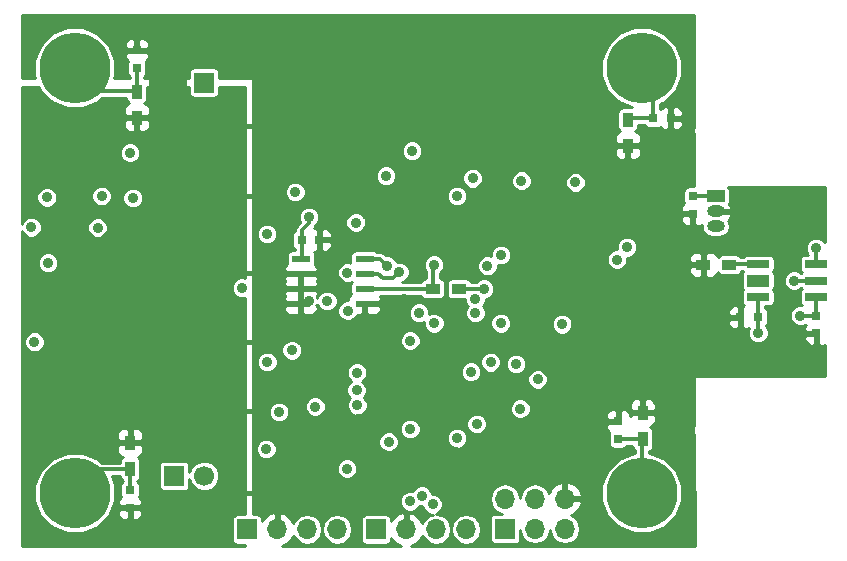
<source format=gbr>
G04 #@! TF.FileFunction,Copper,L4,Bot,Signal*
%FSLAX46Y46*%
G04 Gerber Fmt 4.6, Leading zero omitted, Abs format (unit mm)*
G04 Created by KiCad (PCBNEW 4.0.4-stable) date 02/07/17 14:21:35*
%MOMM*%
%LPD*%
G01*
G04 APERTURE LIST*
%ADD10C,0.100000*%
%ADD11R,1.200000X0.900000*%
%ADD12R,0.750000X0.800000*%
%ADD13R,0.800000X0.750000*%
%ADD14C,6.000000*%
%ADD15R,0.900000X1.200000*%
%ADD16R,1.900000X0.700000*%
%ADD17R,1.900000X1.000000*%
%ADD18R,1.550000X0.600000*%
%ADD19C,1.700000*%
%ADD20R,1.700000X1.700000*%
%ADD21O,1.700000X1.700000*%
%ADD22O,1.501140X1.000000*%
%ADD23R,1.501140X1.000000*%
%ADD24C,0.900000*%
%ADD25C,0.500000*%
%ADD26C,0.300000*%
%ADD27C,0.400000*%
%ADD28C,0.200000*%
%ADD29C,0.254000*%
G04 APERTURE END LIST*
D10*
D11*
X124450000Y-84960000D03*
X122250000Y-84960000D03*
D12*
X144280000Y-77120000D03*
X144280000Y-78620000D03*
D13*
X111145000Y-80815000D03*
X112645000Y-80815000D03*
D12*
X96620000Y-102000000D03*
X96620000Y-103500000D03*
X97190000Y-66260000D03*
X97190000Y-64760000D03*
D14*
X91945000Y-102245000D03*
X91945000Y-66245000D03*
D15*
X96620000Y-100190000D03*
X96620000Y-97990000D03*
X97200000Y-68270000D03*
X97200000Y-70470000D03*
D16*
X149820000Y-85660000D03*
X149820000Y-82860000D03*
X154720000Y-82860000D03*
X154720000Y-85660000D03*
D17*
X149820000Y-84260000D03*
D16*
X154720000Y-84260000D03*
D18*
X116485000Y-82420000D03*
X116485000Y-83690000D03*
X116485000Y-84960000D03*
X116485000Y-86230000D03*
X111085000Y-86230000D03*
X111085000Y-84960000D03*
X111085000Y-83690000D03*
X111085000Y-82420000D03*
D19*
X102890000Y-100790000D03*
D20*
X100350000Y-100790000D03*
D19*
X100350000Y-67500000D03*
D20*
X102890000Y-67500000D03*
X106540000Y-105330000D03*
D21*
X109080000Y-105330000D03*
X111620000Y-105330000D03*
X114160000Y-105330000D03*
D12*
X137950000Y-97660000D03*
X137950000Y-96160000D03*
D13*
X140910000Y-70520000D03*
X142410000Y-70520000D03*
D14*
X139950000Y-102245000D03*
X139950000Y-66245000D03*
D15*
X140030000Y-97660000D03*
X140030000Y-95460000D03*
X138770000Y-70630000D03*
X138770000Y-72830000D03*
D13*
X149800000Y-87370000D03*
X148300000Y-87370000D03*
D12*
X154730000Y-87230000D03*
X154730000Y-88730000D03*
D20*
X128360000Y-105280000D03*
D21*
X128360000Y-102740000D03*
X130900000Y-105280000D03*
X130900000Y-102740000D03*
X133440000Y-105280000D03*
X133440000Y-102740000D03*
D20*
X117460000Y-105330000D03*
D21*
X120000000Y-105330000D03*
X122540000Y-105330000D03*
X125080000Y-105330000D03*
D11*
X147360000Y-82920000D03*
X145160000Y-82920000D03*
D22*
X146210000Y-78400000D03*
X146210000Y-79670000D03*
D23*
X146210000Y-77130000D03*
D24*
X119600000Y-91440000D03*
X119800000Y-85820000D03*
X121640000Y-91740000D03*
X120495000Y-67655000D03*
X123220000Y-64920000D03*
X89800000Y-96480000D03*
X91280000Y-93740000D03*
X88150000Y-93910000D03*
X89690000Y-91200000D03*
X121310000Y-96240000D03*
X128340000Y-74370000D03*
X107515000Y-83355000D03*
X115910000Y-96010000D03*
X98785000Y-76585000D03*
X96525000Y-74745000D03*
X98795000Y-72415000D03*
X105555000Y-98835000D03*
X116105000Y-74935000D03*
X132385000Y-93905000D03*
X142205000Y-82475000D03*
X139365000Y-82575000D03*
X135695000Y-89815000D03*
X131585000Y-87725000D03*
X96865000Y-78475000D03*
X125485000Y-74285000D03*
X115385000Y-67875000D03*
X110765000Y-95385000D03*
X113125000Y-88825000D03*
X111765000Y-85975000D03*
X110175000Y-79795000D03*
X113345000Y-77945000D03*
X114115000Y-73615000D03*
X111645000Y-75555000D03*
X111655000Y-74495000D03*
X111875000Y-72205000D03*
X102657500Y-80857500D03*
X103745000Y-80845000D03*
X98985000Y-82085000D03*
X103832500Y-82032500D03*
X102657500Y-82032500D03*
X126150000Y-68010000D03*
X129390000Y-64920000D03*
X132590000Y-67890000D03*
X135640000Y-64850000D03*
X125500000Y-91980000D03*
X153360000Y-87220000D03*
X149810000Y-88690000D03*
X89680000Y-82750000D03*
X121310000Y-102460000D03*
X125620000Y-75590000D03*
X118510000Y-97900000D03*
X108160000Y-98530000D03*
X126580000Y-84960000D03*
X115725000Y-79345000D03*
X111765000Y-78885000D03*
X121095000Y-86985000D03*
X137855000Y-82475000D03*
X131125000Y-92625000D03*
X129665000Y-95105000D03*
X110315000Y-90165000D03*
X112305000Y-94925000D03*
X120495000Y-73275000D03*
X110615000Y-76755000D03*
X118295000Y-75385000D03*
X96850000Y-77270000D03*
X115835000Y-92045000D03*
X115865000Y-94825000D03*
X89570000Y-77220000D03*
X94210000Y-77100000D03*
X115805000Y-93555000D03*
X120350000Y-89340000D03*
X120340000Y-96820000D03*
X124300000Y-77100000D03*
X129760000Y-75800000D03*
X125840000Y-85840000D03*
X88530000Y-89440000D03*
X88270000Y-79740000D03*
X125860000Y-87010000D03*
X93870000Y-79770000D03*
X96610000Y-73430000D03*
X108225000Y-80315000D03*
X114990000Y-100180000D03*
X119415000Y-83525000D03*
X126885000Y-83005000D03*
X128000000Y-87870000D03*
X118380000Y-82990000D03*
X128035000Y-82095000D03*
X122370000Y-87880000D03*
X122365000Y-82905000D03*
X129300000Y-91320000D03*
X125965000Y-96395000D03*
X154720000Y-81520000D03*
X152850000Y-84260000D03*
X134335000Y-75955000D03*
X108235000Y-91155000D03*
X115040000Y-86810000D03*
X115030000Y-83580000D03*
X133195000Y-87955000D03*
X124310000Y-97600000D03*
X106115000Y-84875000D03*
X113315000Y-85995000D03*
X127145000Y-91175000D03*
X120320000Y-102950000D03*
X122240000Y-103210000D03*
X138690000Y-81430000D03*
X109240000Y-95380000D03*
D25*
X100350000Y-67500000D02*
X100690000Y-67500000D01*
X100690000Y-67500000D02*
X101150000Y-67960000D01*
X101150000Y-66910000D02*
X101130000Y-66890000D01*
X101150000Y-67960000D02*
X101150000Y-66910000D01*
X98500000Y-67000000D02*
X98500000Y-68240000D01*
X99000000Y-67500000D02*
X98500000Y-67000000D01*
X100350000Y-67500000D02*
X99000000Y-67500000D01*
X99240000Y-67500000D02*
X98500000Y-68240000D01*
X100350000Y-67500000D02*
X99240000Y-67500000D01*
D26*
X91280000Y-95000000D02*
X89800000Y-96480000D01*
X91280000Y-93740000D02*
X91280000Y-95000000D01*
X88150000Y-92740000D02*
X88150000Y-93910000D01*
X89690000Y-91200000D02*
X88150000Y-92740000D01*
X121310000Y-96240000D02*
X121330000Y-96240000D01*
X128340000Y-74370000D02*
X128340000Y-74360000D01*
D27*
X100610000Y-70700000D02*
X101080000Y-71170000D01*
X101080000Y-71170000D02*
X107320000Y-71170000D01*
X107320000Y-71170000D02*
X108320000Y-72170000D01*
X108320000Y-72170000D02*
X108320000Y-76200000D01*
X108320000Y-76200000D02*
X107410000Y-77110000D01*
X107410000Y-77110000D02*
X105770000Y-77110000D01*
X105770000Y-77110000D02*
X104580000Y-78300000D01*
X104580000Y-78300000D02*
X104580000Y-82250000D01*
X104580000Y-82250000D02*
X105920000Y-83590000D01*
X105920000Y-83590000D02*
X107590000Y-83590000D01*
X107590000Y-83590000D02*
X108550000Y-84550000D01*
X108550000Y-84550000D02*
X108550000Y-88660000D01*
X108550000Y-88660000D02*
X107790000Y-89420000D01*
X107790000Y-89420000D02*
X105420000Y-89420000D01*
X105420000Y-89420000D02*
X104810000Y-90030000D01*
X104810000Y-90030000D02*
X104810000Y-93910000D01*
X104810000Y-93910000D02*
X106230000Y-95330000D01*
X106230000Y-95330000D02*
X107630000Y-95330000D01*
X107630000Y-95330000D02*
X109360000Y-97060000D01*
X109360000Y-97060000D02*
X109360000Y-100750000D01*
X109360000Y-100750000D02*
X107850000Y-102260000D01*
X107850000Y-102260000D02*
X105950000Y-102260000D01*
X105950000Y-102260000D02*
X104710000Y-103500000D01*
X104710000Y-103500000D02*
X96620000Y-103500000D01*
D28*
X114205000Y-73575000D02*
X114155000Y-73575000D01*
X114155000Y-73575000D02*
X114115000Y-73615000D01*
D26*
X102545000Y-80845000D02*
X102645000Y-80845000D01*
X102645000Y-80845000D02*
X102657500Y-80857500D01*
X103832500Y-82032500D02*
X103975000Y-82175000D01*
X103975000Y-82175000D02*
X103975000Y-82335000D01*
X102645000Y-82045000D02*
X102545000Y-82045000D01*
X102657500Y-82032500D02*
X102645000Y-82045000D01*
X123220000Y-64920000D02*
X126150000Y-67850000D01*
X126150000Y-67850000D02*
X126150000Y-68010000D01*
X129390000Y-64920000D02*
X132360000Y-67890000D01*
X132360000Y-67890000D02*
X132590000Y-67890000D01*
X154730000Y-87230000D02*
X154720000Y-87220000D01*
X154720000Y-87220000D02*
X153360000Y-87220000D01*
X154720000Y-87220000D02*
X154720000Y-85660000D01*
X149800000Y-87370000D02*
X149810000Y-87380000D01*
X149810000Y-87380000D02*
X149810000Y-88690000D01*
X149800000Y-87370000D02*
X149820000Y-87350000D01*
X149820000Y-87350000D02*
X149820000Y-85660000D01*
X144280000Y-77120000D02*
X146190000Y-77120000D01*
X121310000Y-102460000D02*
X121310000Y-102470000D01*
X125620000Y-75590000D02*
X125600000Y-75590000D01*
X126000000Y-84960000D02*
X126580000Y-84960000D01*
X124450000Y-84960000D02*
X126000000Y-84960000D01*
X111145000Y-80815000D02*
X111145000Y-80015000D01*
X111765000Y-79395000D02*
X111765000Y-78885000D01*
X111145000Y-80015000D02*
X111765000Y-79395000D01*
X111145000Y-80815000D02*
X111145000Y-82360000D01*
X111145000Y-82360000D02*
X111085000Y-82420000D01*
X146190000Y-77120000D02*
X146210000Y-77140000D01*
X96620000Y-100190000D02*
X96620000Y-102000000D01*
X91945000Y-100245000D02*
X96565000Y-100245000D01*
X96565000Y-100245000D02*
X96620000Y-100190000D01*
X91945000Y-68245000D02*
X97175000Y-68245000D01*
X97175000Y-68245000D02*
X97190000Y-68230000D01*
X97190000Y-68230000D02*
X97190000Y-66260000D01*
X116485000Y-83690000D02*
X117650000Y-83690000D01*
X118860000Y-84080000D02*
X119415000Y-83525000D01*
X118040000Y-84080000D02*
X118860000Y-84080000D01*
X117650000Y-83690000D02*
X118040000Y-84080000D01*
X119250000Y-83690000D02*
X119415000Y-83525000D01*
X116485000Y-82420000D02*
X117810000Y-82420000D01*
X117810000Y-82420000D02*
X118380000Y-82990000D01*
X122250000Y-84960000D02*
X116485000Y-84960000D01*
X122250000Y-84960000D02*
X122250000Y-83020000D01*
X122250000Y-83020000D02*
X122365000Y-82905000D01*
X154720000Y-81520000D02*
X154720000Y-82860000D01*
X154720000Y-84260000D02*
X152850000Y-84260000D01*
X140030000Y-97660000D02*
X137950000Y-97660000D01*
X139950000Y-102245000D02*
X139950000Y-97740000D01*
X139950000Y-97740000D02*
X140030000Y-97660000D01*
X140910000Y-70520000D02*
X138880000Y-70520000D01*
X138880000Y-70520000D02*
X138770000Y-70630000D01*
X140910000Y-70520000D02*
X140910000Y-67205000D01*
X140910000Y-67205000D02*
X139950000Y-66245000D01*
X147360000Y-82920000D02*
X147420000Y-82860000D01*
X147420000Y-82860000D02*
X149820000Y-82860000D01*
D29*
G36*
X144355338Y-71284903D02*
X144293118Y-71434746D01*
X144292883Y-71704073D01*
X144355646Y-71855972D01*
X144358000Y-76215069D01*
X144368033Y-76264473D01*
X144381825Y-76284635D01*
X143905000Y-76284635D01*
X143746763Y-76314409D01*
X143601433Y-76407927D01*
X143503936Y-76550619D01*
X143469635Y-76720000D01*
X143469635Y-77520000D01*
X143499409Y-77678237D01*
X143518723Y-77708251D01*
X143366673Y-77860302D01*
X143270000Y-78093691D01*
X143270000Y-78334250D01*
X143428750Y-78493000D01*
X144153000Y-78493000D01*
X144153000Y-78473000D01*
X144407000Y-78473000D01*
X144407000Y-78493000D01*
X144427000Y-78493000D01*
X144427000Y-78747000D01*
X144407000Y-78747000D01*
X144407000Y-79496250D01*
X144565750Y-79655000D01*
X144781310Y-79655000D01*
X145014699Y-79558327D01*
X145035763Y-79537263D01*
X145009360Y-79670000D01*
X145079924Y-80024748D01*
X145280872Y-80325488D01*
X145581612Y-80526436D01*
X145936360Y-80597000D01*
X146483640Y-80597000D01*
X146838388Y-80526436D01*
X147139128Y-80325488D01*
X147340076Y-80024748D01*
X147410640Y-79670000D01*
X147340076Y-79315252D01*
X147266311Y-79204855D01*
X147311738Y-79171151D01*
X147542053Y-78786723D01*
X147554689Y-78701874D01*
X147428524Y-78527000D01*
X146337000Y-78527000D01*
X146337000Y-78547000D01*
X146083000Y-78547000D01*
X146083000Y-78527000D01*
X146063000Y-78527000D01*
X146063000Y-78273000D01*
X146083000Y-78273000D01*
X146083000Y-78253000D01*
X146337000Y-78253000D01*
X146337000Y-78273000D01*
X147428524Y-78273000D01*
X147554689Y-78098126D01*
X147542053Y-78013277D01*
X147374839Y-77734173D01*
X147395935Y-77630000D01*
X147395935Y-76630000D01*
X147366161Y-76471763D01*
X147275902Y-76331497D01*
X155443000Y-76300761D01*
X155443000Y-81002914D01*
X155217429Y-80776949D01*
X154895211Y-80643153D01*
X154546319Y-80642849D01*
X154223869Y-80776082D01*
X153976949Y-81022571D01*
X153843153Y-81344789D01*
X153842849Y-81693681D01*
X153976082Y-82016131D01*
X154034484Y-82074635D01*
X153770000Y-82074635D01*
X153611763Y-82104409D01*
X153466433Y-82197927D01*
X153368936Y-82340619D01*
X153334635Y-82510000D01*
X153334635Y-83210000D01*
X153364409Y-83368237D01*
X153457927Y-83513567D01*
X153525636Y-83559831D01*
X153466433Y-83597927D01*
X153450924Y-83620625D01*
X153347429Y-83516949D01*
X153025211Y-83383153D01*
X152676319Y-83382849D01*
X152353869Y-83516082D01*
X152106949Y-83762571D01*
X151973153Y-84084789D01*
X151972849Y-84433681D01*
X152106082Y-84756131D01*
X152352571Y-85003051D01*
X152674789Y-85136847D01*
X153023681Y-85137151D01*
X153346131Y-85003918D01*
X153449601Y-84900628D01*
X153457927Y-84913567D01*
X153525636Y-84959831D01*
X153466433Y-84997927D01*
X153368936Y-85140619D01*
X153334635Y-85310000D01*
X153334635Y-86010000D01*
X153364409Y-86168237D01*
X153457927Y-86313567D01*
X153501184Y-86343123D01*
X153186319Y-86342849D01*
X152863869Y-86476082D01*
X152616949Y-86722571D01*
X152483153Y-87044789D01*
X152482849Y-87393681D01*
X152616082Y-87716131D01*
X152862571Y-87963051D01*
X153184789Y-88096847D01*
X153533681Y-88097151D01*
X153811716Y-87982270D01*
X153720000Y-88203691D01*
X153720000Y-88444250D01*
X153878750Y-88603000D01*
X154603000Y-88603000D01*
X154603000Y-88583000D01*
X154857000Y-88583000D01*
X154857000Y-88603000D01*
X154877000Y-88603000D01*
X154877000Y-88857000D01*
X154857000Y-88857000D01*
X154857000Y-89606250D01*
X155015750Y-89765000D01*
X155231310Y-89765000D01*
X155443000Y-89677315D01*
X155443000Y-92369723D01*
X144535136Y-92358000D01*
X144485716Y-92367953D01*
X144444061Y-92396349D01*
X144416735Y-92438714D01*
X144408000Y-92485063D01*
X144409989Y-96492482D01*
X144376402Y-96526010D01*
X144273118Y-96774746D01*
X144272883Y-97044073D01*
X144375733Y-97292989D01*
X144410403Y-97327720D01*
X144415076Y-106743000D01*
X120425641Y-106743000D01*
X120766924Y-106601645D01*
X121195183Y-106211358D01*
X121364691Y-105850417D01*
X121637025Y-106257993D01*
X122051313Y-106534812D01*
X122540000Y-106632018D01*
X123028687Y-106534812D01*
X123442975Y-106257993D01*
X123719794Y-105843705D01*
X123810000Y-105390209D01*
X123900206Y-105843705D01*
X124177025Y-106257993D01*
X124591313Y-106534812D01*
X125080000Y-106632018D01*
X125568687Y-106534812D01*
X125982975Y-106257993D01*
X126259794Y-105843705D01*
X126357000Y-105355018D01*
X126357000Y-105304982D01*
X126259794Y-104816295D01*
X126001680Y-104430000D01*
X127074635Y-104430000D01*
X127074635Y-106130000D01*
X127104409Y-106288237D01*
X127197927Y-106433567D01*
X127340619Y-106531064D01*
X127510000Y-106565365D01*
X129210000Y-106565365D01*
X129368237Y-106535591D01*
X129513567Y-106442073D01*
X129611064Y-106299381D01*
X129645365Y-106130000D01*
X129645365Y-105417454D01*
X129720206Y-105793705D01*
X129997025Y-106207993D01*
X130411313Y-106484812D01*
X130900000Y-106582018D01*
X131388687Y-106484812D01*
X131802975Y-106207993D01*
X132079794Y-105793705D01*
X132170000Y-105340209D01*
X132260206Y-105793705D01*
X132537025Y-106207993D01*
X132951313Y-106484812D01*
X133440000Y-106582018D01*
X133928687Y-106484812D01*
X134342975Y-106207993D01*
X134619794Y-105793705D01*
X134717000Y-105305018D01*
X134717000Y-105254982D01*
X134619794Y-104766295D01*
X134342975Y-104352007D01*
X133976452Y-104107104D01*
X134206924Y-104011645D01*
X134635183Y-103621358D01*
X134881486Y-103096892D01*
X134790571Y-102923682D01*
X136522406Y-102923682D01*
X137043037Y-104183704D01*
X138006226Y-105148575D01*
X139265337Y-105671404D01*
X140628682Y-105672594D01*
X141888704Y-105151963D01*
X142853575Y-104188774D01*
X143376404Y-102929663D01*
X143377594Y-101566318D01*
X142856963Y-100306296D01*
X141893774Y-99341425D01*
X140634663Y-98818596D01*
X140527000Y-98818502D01*
X140527000Y-98686521D01*
X140638237Y-98665591D01*
X140783567Y-98572073D01*
X140881064Y-98429381D01*
X140915365Y-98260000D01*
X140915365Y-97060000D01*
X140885591Y-96901763D01*
X140792073Y-96756433D01*
X140665986Y-96670281D01*
X140839699Y-96598327D01*
X141018327Y-96419698D01*
X141115000Y-96186309D01*
X141115000Y-95745750D01*
X140956250Y-95587000D01*
X140157000Y-95587000D01*
X140157000Y-95607000D01*
X139903000Y-95607000D01*
X139903000Y-95587000D01*
X139103750Y-95587000D01*
X138960000Y-95730750D01*
X138960000Y-95633691D01*
X138863327Y-95400302D01*
X138684699Y-95221673D01*
X138451310Y-95125000D01*
X138235750Y-95125000D01*
X138077000Y-95283750D01*
X138077000Y-96033000D01*
X138097000Y-96033000D01*
X138097000Y-96287000D01*
X138077000Y-96287000D01*
X138077000Y-96307000D01*
X137823000Y-96307000D01*
X137823000Y-96287000D01*
X137098750Y-96287000D01*
X136940000Y-96445750D01*
X136940000Y-96686309D01*
X137036673Y-96919698D01*
X137187598Y-97070624D01*
X137173936Y-97090619D01*
X137139635Y-97260000D01*
X137139635Y-98060000D01*
X137169409Y-98218237D01*
X137262927Y-98363567D01*
X137405619Y-98461064D01*
X137575000Y-98495365D01*
X138325000Y-98495365D01*
X138483237Y-98465591D01*
X138628567Y-98372073D01*
X138720858Y-98237000D01*
X139144635Y-98237000D01*
X139144635Y-98260000D01*
X139174409Y-98418237D01*
X139267927Y-98563567D01*
X139373000Y-98635360D01*
X139373000Y-98817495D01*
X139271318Y-98817406D01*
X138011296Y-99338037D01*
X137046425Y-100301226D01*
X136523596Y-101560337D01*
X136522406Y-102923682D01*
X134790571Y-102923682D01*
X134760819Y-102867000D01*
X133567000Y-102867000D01*
X133567000Y-102887000D01*
X133313000Y-102887000D01*
X133313000Y-102867000D01*
X133293000Y-102867000D01*
X133293000Y-102613000D01*
X133313000Y-102613000D01*
X133313000Y-101419845D01*
X133567000Y-101419845D01*
X133567000Y-102613000D01*
X134760819Y-102613000D01*
X134881486Y-102383108D01*
X134635183Y-101858642D01*
X134206924Y-101468355D01*
X133796890Y-101298524D01*
X133567000Y-101419845D01*
X133313000Y-101419845D01*
X133083110Y-101298524D01*
X132673076Y-101468355D01*
X132244817Y-101858642D01*
X132075309Y-102219583D01*
X131802975Y-101812007D01*
X131388687Y-101535188D01*
X130900000Y-101437982D01*
X130411313Y-101535188D01*
X129997025Y-101812007D01*
X129720206Y-102226295D01*
X129630000Y-102679791D01*
X129539794Y-102226295D01*
X129262975Y-101812007D01*
X128848687Y-101535188D01*
X128360000Y-101437982D01*
X127871313Y-101535188D01*
X127457025Y-101812007D01*
X127180206Y-102226295D01*
X127083000Y-102714982D01*
X127083000Y-102765018D01*
X127180206Y-103253705D01*
X127457025Y-103667993D01*
X127871313Y-103944812D01*
X128121790Y-103994635D01*
X127510000Y-103994635D01*
X127351763Y-104024409D01*
X127206433Y-104117927D01*
X127108936Y-104260619D01*
X127074635Y-104430000D01*
X126001680Y-104430000D01*
X125982975Y-104402007D01*
X125568687Y-104125188D01*
X125080000Y-104027982D01*
X124591313Y-104125188D01*
X124177025Y-104402007D01*
X123900206Y-104816295D01*
X123810000Y-105269791D01*
X123719794Y-104816295D01*
X123442975Y-104402007D01*
X123028687Y-104125188D01*
X122551396Y-104030249D01*
X122736131Y-103953918D01*
X122983051Y-103707429D01*
X123116847Y-103385211D01*
X123117151Y-103036319D01*
X122983918Y-102713869D01*
X122737429Y-102466949D01*
X122415211Y-102333153D01*
X122187110Y-102332954D01*
X122187151Y-102286319D01*
X122053918Y-101963869D01*
X121807429Y-101716949D01*
X121485211Y-101583153D01*
X121136319Y-101582849D01*
X120813869Y-101716082D01*
X120566949Y-101962571D01*
X120517234Y-102082298D01*
X120495211Y-102073153D01*
X120146319Y-102072849D01*
X119823869Y-102206082D01*
X119576949Y-102452571D01*
X119443153Y-102774789D01*
X119442849Y-103123681D01*
X119576082Y-103446131D01*
X119822571Y-103693051D01*
X120144789Y-103826847D01*
X120493681Y-103827151D01*
X120816131Y-103693918D01*
X121063051Y-103447429D01*
X121112766Y-103327702D01*
X121134789Y-103336847D01*
X121362890Y-103337046D01*
X121362849Y-103383681D01*
X121496082Y-103706131D01*
X121742571Y-103953051D01*
X122064789Y-104086847D01*
X122243284Y-104087003D01*
X122051313Y-104125188D01*
X121637025Y-104402007D01*
X121364691Y-104809583D01*
X121195183Y-104448642D01*
X120766924Y-104058355D01*
X120356890Y-103888524D01*
X120127000Y-104009845D01*
X120127000Y-105203000D01*
X120147000Y-105203000D01*
X120147000Y-105457000D01*
X120127000Y-105457000D01*
X120127000Y-105477000D01*
X119873000Y-105477000D01*
X119873000Y-105457000D01*
X119853000Y-105457000D01*
X119853000Y-105203000D01*
X119873000Y-105203000D01*
X119873000Y-104009845D01*
X119643110Y-103888524D01*
X119233076Y-104058355D01*
X118804817Y-104448642D01*
X118745365Y-104575236D01*
X118745365Y-104480000D01*
X118715591Y-104321763D01*
X118622073Y-104176433D01*
X118479381Y-104078936D01*
X118310000Y-104044635D01*
X116610000Y-104044635D01*
X116451763Y-104074409D01*
X116306433Y-104167927D01*
X116208936Y-104310619D01*
X116174635Y-104480000D01*
X116174635Y-106180000D01*
X116204409Y-106338237D01*
X116297927Y-106483567D01*
X116440619Y-106581064D01*
X116610000Y-106615365D01*
X118310000Y-106615365D01*
X118468237Y-106585591D01*
X118613567Y-106492073D01*
X118711064Y-106349381D01*
X118745365Y-106180000D01*
X118745365Y-106084764D01*
X118804817Y-106211358D01*
X119233076Y-106601645D01*
X119574359Y-106743000D01*
X109505641Y-106743000D01*
X109846924Y-106601645D01*
X110275183Y-106211358D01*
X110444691Y-105850417D01*
X110717025Y-106257993D01*
X111131313Y-106534812D01*
X111620000Y-106632018D01*
X112108687Y-106534812D01*
X112522975Y-106257993D01*
X112799794Y-105843705D01*
X112890000Y-105390209D01*
X112980206Y-105843705D01*
X113257025Y-106257993D01*
X113671313Y-106534812D01*
X114160000Y-106632018D01*
X114648687Y-106534812D01*
X115062975Y-106257993D01*
X115339794Y-105843705D01*
X115437000Y-105355018D01*
X115437000Y-105304982D01*
X115339794Y-104816295D01*
X115062975Y-104402007D01*
X114648687Y-104125188D01*
X114160000Y-104027982D01*
X113671313Y-104125188D01*
X113257025Y-104402007D01*
X112980206Y-104816295D01*
X112890000Y-105269791D01*
X112799794Y-104816295D01*
X112522975Y-104402007D01*
X112108687Y-104125188D01*
X111620000Y-104027982D01*
X111131313Y-104125188D01*
X110717025Y-104402007D01*
X110444691Y-104809583D01*
X110275183Y-104448642D01*
X109846924Y-104058355D01*
X109436890Y-103888524D01*
X109207000Y-104009845D01*
X109207000Y-105203000D01*
X109227000Y-105203000D01*
X109227000Y-105457000D01*
X109207000Y-105457000D01*
X109207000Y-105477000D01*
X108953000Y-105477000D01*
X108953000Y-105457000D01*
X108933000Y-105457000D01*
X108933000Y-105203000D01*
X108953000Y-105203000D01*
X108953000Y-104009845D01*
X108723110Y-103888524D01*
X108313076Y-104058355D01*
X107884817Y-104448642D01*
X107825365Y-104575236D01*
X107825365Y-104480000D01*
X107795591Y-104321763D01*
X107702073Y-104176433D01*
X107559381Y-104078936D01*
X107390000Y-104044635D01*
X107072000Y-104044635D01*
X107072000Y-100353681D01*
X114112849Y-100353681D01*
X114246082Y-100676131D01*
X114492571Y-100923051D01*
X114814789Y-101056847D01*
X115163681Y-101057151D01*
X115486131Y-100923918D01*
X115733051Y-100677429D01*
X115866847Y-100355211D01*
X115867151Y-100006319D01*
X115733918Y-99683869D01*
X115487429Y-99436949D01*
X115165211Y-99303153D01*
X114816319Y-99302849D01*
X114493869Y-99436082D01*
X114246949Y-99682571D01*
X114113153Y-100004789D01*
X114112849Y-100353681D01*
X107072000Y-100353681D01*
X107072000Y-98703681D01*
X107282849Y-98703681D01*
X107416082Y-99026131D01*
X107662571Y-99273051D01*
X107984789Y-99406847D01*
X108333681Y-99407151D01*
X108656131Y-99273918D01*
X108903051Y-99027429D01*
X109036847Y-98705211D01*
X109037151Y-98356319D01*
X108920368Y-98073681D01*
X117632849Y-98073681D01*
X117766082Y-98396131D01*
X118012571Y-98643051D01*
X118334789Y-98776847D01*
X118683681Y-98777151D01*
X119006131Y-98643918D01*
X119253051Y-98397429D01*
X119386847Y-98075211D01*
X119387109Y-97773681D01*
X123432849Y-97773681D01*
X123566082Y-98096131D01*
X123812571Y-98343051D01*
X124134789Y-98476847D01*
X124483681Y-98477151D01*
X124806131Y-98343918D01*
X125053051Y-98097429D01*
X125186847Y-97775211D01*
X125187151Y-97426319D01*
X125053918Y-97103869D01*
X124807429Y-96856949D01*
X124485211Y-96723153D01*
X124136319Y-96722849D01*
X123813869Y-96856082D01*
X123566949Y-97102571D01*
X123433153Y-97424789D01*
X123432849Y-97773681D01*
X119387109Y-97773681D01*
X119387151Y-97726319D01*
X119253918Y-97403869D01*
X119007429Y-97156949D01*
X118685211Y-97023153D01*
X118336319Y-97022849D01*
X118013869Y-97156082D01*
X117766949Y-97402571D01*
X117633153Y-97724789D01*
X117632849Y-98073681D01*
X108920368Y-98073681D01*
X108903918Y-98033869D01*
X108657429Y-97786949D01*
X108335211Y-97653153D01*
X107986319Y-97652849D01*
X107663869Y-97786082D01*
X107416949Y-98032571D01*
X107283153Y-98354789D01*
X107282849Y-98703681D01*
X107072000Y-98703681D01*
X107072000Y-96993681D01*
X119462849Y-96993681D01*
X119596082Y-97316131D01*
X119842571Y-97563051D01*
X120164789Y-97696847D01*
X120513681Y-97697151D01*
X120836131Y-97563918D01*
X121083051Y-97317429D01*
X121216847Y-96995211D01*
X121217151Y-96646319D01*
X121185072Y-96568681D01*
X125087849Y-96568681D01*
X125221082Y-96891131D01*
X125467571Y-97138051D01*
X125789789Y-97271847D01*
X126138681Y-97272151D01*
X126461131Y-97138918D01*
X126708051Y-96892429D01*
X126841847Y-96570211D01*
X126842151Y-96221319D01*
X126708918Y-95898869D01*
X126462429Y-95651949D01*
X126140211Y-95518153D01*
X125791319Y-95517849D01*
X125468869Y-95651082D01*
X125221949Y-95897571D01*
X125088153Y-96219789D01*
X125087849Y-96568681D01*
X121185072Y-96568681D01*
X121083918Y-96323869D01*
X120837429Y-96076949D01*
X120515211Y-95943153D01*
X120166319Y-95942849D01*
X119843869Y-96076082D01*
X119596949Y-96322571D01*
X119463153Y-96644789D01*
X119462849Y-96993681D01*
X107072000Y-96993681D01*
X107072000Y-95553681D01*
X108362849Y-95553681D01*
X108496082Y-95876131D01*
X108742571Y-96123051D01*
X109064789Y-96256847D01*
X109413681Y-96257151D01*
X109736131Y-96123918D01*
X109983051Y-95877429D01*
X110116847Y-95555211D01*
X110117151Y-95206319D01*
X110072677Y-95098681D01*
X111427849Y-95098681D01*
X111561082Y-95421131D01*
X111807571Y-95668051D01*
X112129789Y-95801847D01*
X112478681Y-95802151D01*
X112801131Y-95668918D01*
X113048051Y-95422429D01*
X113181847Y-95100211D01*
X113182151Y-94751319D01*
X113048918Y-94428869D01*
X112802429Y-94181949D01*
X112480211Y-94048153D01*
X112131319Y-94047849D01*
X111808869Y-94181082D01*
X111561949Y-94427571D01*
X111428153Y-94749789D01*
X111427849Y-95098681D01*
X110072677Y-95098681D01*
X109983918Y-94883869D01*
X109737429Y-94636949D01*
X109415211Y-94503153D01*
X109066319Y-94502849D01*
X108743869Y-94636082D01*
X108496949Y-94882571D01*
X108363153Y-95204789D01*
X108362849Y-95553681D01*
X107072000Y-95553681D01*
X107072000Y-93728681D01*
X114927849Y-93728681D01*
X115061082Y-94051131D01*
X115229682Y-94220026D01*
X115121949Y-94327571D01*
X114988153Y-94649789D01*
X114987849Y-94998681D01*
X115121082Y-95321131D01*
X115367571Y-95568051D01*
X115689789Y-95701847D01*
X116038681Y-95702151D01*
X116361131Y-95568918D01*
X116608051Y-95322429D01*
X116626216Y-95278681D01*
X128787849Y-95278681D01*
X128921082Y-95601131D01*
X129167571Y-95848051D01*
X129489789Y-95981847D01*
X129838681Y-95982151D01*
X130161131Y-95848918D01*
X130376734Y-95633691D01*
X136940000Y-95633691D01*
X136940000Y-95874250D01*
X137098750Y-96033000D01*
X137823000Y-96033000D01*
X137823000Y-95283750D01*
X137664250Y-95125000D01*
X137448690Y-95125000D01*
X137215301Y-95221673D01*
X137036673Y-95400302D01*
X136940000Y-95633691D01*
X130376734Y-95633691D01*
X130408051Y-95602429D01*
X130541847Y-95280211D01*
X130542151Y-94931319D01*
X130460494Y-94733691D01*
X138945000Y-94733691D01*
X138945000Y-95174250D01*
X139103750Y-95333000D01*
X139903000Y-95333000D01*
X139903000Y-94383750D01*
X140157000Y-94383750D01*
X140157000Y-95333000D01*
X140956250Y-95333000D01*
X141115000Y-95174250D01*
X141115000Y-94733691D01*
X141018327Y-94500302D01*
X140839699Y-94321673D01*
X140606310Y-94225000D01*
X140315750Y-94225000D01*
X140157000Y-94383750D01*
X139903000Y-94383750D01*
X139744250Y-94225000D01*
X139453690Y-94225000D01*
X139220301Y-94321673D01*
X139041673Y-94500302D01*
X138945000Y-94733691D01*
X130460494Y-94733691D01*
X130408918Y-94608869D01*
X130162429Y-94361949D01*
X129840211Y-94228153D01*
X129491319Y-94227849D01*
X129168869Y-94361082D01*
X128921949Y-94607571D01*
X128788153Y-94929789D01*
X128787849Y-95278681D01*
X116626216Y-95278681D01*
X116741847Y-95000211D01*
X116742151Y-94651319D01*
X116608918Y-94328869D01*
X116440318Y-94159974D01*
X116548051Y-94052429D01*
X116681847Y-93730211D01*
X116682151Y-93381319D01*
X116548918Y-93058869D01*
X116302429Y-92811949D01*
X116288944Y-92806349D01*
X116331131Y-92788918D01*
X116578051Y-92542429D01*
X116711847Y-92220211D01*
X116711904Y-92153681D01*
X124622849Y-92153681D01*
X124756082Y-92476131D01*
X125002571Y-92723051D01*
X125324789Y-92856847D01*
X125673681Y-92857151D01*
X125815189Y-92798681D01*
X130247849Y-92798681D01*
X130381082Y-93121131D01*
X130627571Y-93368051D01*
X130949789Y-93501847D01*
X131298681Y-93502151D01*
X131621131Y-93368918D01*
X131868051Y-93122429D01*
X132001847Y-92800211D01*
X132002151Y-92451319D01*
X131868918Y-92128869D01*
X131622429Y-91881949D01*
X131300211Y-91748153D01*
X130951319Y-91747849D01*
X130628869Y-91881082D01*
X130381949Y-92127571D01*
X130248153Y-92449789D01*
X130247849Y-92798681D01*
X125815189Y-92798681D01*
X125996131Y-92723918D01*
X126243051Y-92477429D01*
X126376847Y-92155211D01*
X126377151Y-91806319D01*
X126243918Y-91483869D01*
X126108966Y-91348681D01*
X126267849Y-91348681D01*
X126401082Y-91671131D01*
X126647571Y-91918051D01*
X126969789Y-92051847D01*
X127318681Y-92052151D01*
X127641131Y-91918918D01*
X127888051Y-91672429D01*
X127962273Y-91493681D01*
X128422849Y-91493681D01*
X128556082Y-91816131D01*
X128802571Y-92063051D01*
X129124789Y-92196847D01*
X129473681Y-92197151D01*
X129796131Y-92063918D01*
X130043051Y-91817429D01*
X130176847Y-91495211D01*
X130177151Y-91146319D01*
X130043918Y-90823869D01*
X129797429Y-90576949D01*
X129475211Y-90443153D01*
X129126319Y-90442849D01*
X128803869Y-90576082D01*
X128556949Y-90822571D01*
X128423153Y-91144789D01*
X128422849Y-91493681D01*
X127962273Y-91493681D01*
X128021847Y-91350211D01*
X128022151Y-91001319D01*
X127888918Y-90678869D01*
X127642429Y-90431949D01*
X127320211Y-90298153D01*
X126971319Y-90297849D01*
X126648869Y-90431082D01*
X126401949Y-90677571D01*
X126268153Y-90999789D01*
X126267849Y-91348681D01*
X126108966Y-91348681D01*
X125997429Y-91236949D01*
X125675211Y-91103153D01*
X125326319Y-91102849D01*
X125003869Y-91236082D01*
X124756949Y-91482571D01*
X124623153Y-91804789D01*
X124622849Y-92153681D01*
X116711904Y-92153681D01*
X116712151Y-91871319D01*
X116578918Y-91548869D01*
X116332429Y-91301949D01*
X116010211Y-91168153D01*
X115661319Y-91167849D01*
X115338869Y-91301082D01*
X115091949Y-91547571D01*
X114958153Y-91869789D01*
X114957849Y-92218681D01*
X115091082Y-92541131D01*
X115337571Y-92788051D01*
X115351056Y-92793651D01*
X115308869Y-92811082D01*
X115061949Y-93057571D01*
X114928153Y-93379789D01*
X114927849Y-93728681D01*
X107072000Y-93728681D01*
X107072000Y-91328681D01*
X107357849Y-91328681D01*
X107491082Y-91651131D01*
X107737571Y-91898051D01*
X108059789Y-92031847D01*
X108408681Y-92032151D01*
X108731131Y-91898918D01*
X108978051Y-91652429D01*
X109111847Y-91330211D01*
X109112151Y-90981319D01*
X108978918Y-90658869D01*
X108732429Y-90411949D01*
X108555980Y-90338681D01*
X109437849Y-90338681D01*
X109571082Y-90661131D01*
X109817571Y-90908051D01*
X110139789Y-91041847D01*
X110488681Y-91042151D01*
X110811131Y-90908918D01*
X111058051Y-90662429D01*
X111191847Y-90340211D01*
X111192151Y-89991319D01*
X111058918Y-89668869D01*
X110904001Y-89513681D01*
X119472849Y-89513681D01*
X119606082Y-89836131D01*
X119852571Y-90083051D01*
X120174789Y-90216847D01*
X120523681Y-90217151D01*
X120846131Y-90083918D01*
X121093051Y-89837429D01*
X121226847Y-89515211D01*
X121227151Y-89166319D01*
X121093918Y-88843869D01*
X120847429Y-88596949D01*
X120525211Y-88463153D01*
X120176319Y-88462849D01*
X119853869Y-88596082D01*
X119606949Y-88842571D01*
X119473153Y-89164789D01*
X119472849Y-89513681D01*
X110904001Y-89513681D01*
X110812429Y-89421949D01*
X110490211Y-89288153D01*
X110141319Y-89287849D01*
X109818869Y-89421082D01*
X109571949Y-89667571D01*
X109438153Y-89989789D01*
X109437849Y-90338681D01*
X108555980Y-90338681D01*
X108410211Y-90278153D01*
X108061319Y-90277849D01*
X107738869Y-90411082D01*
X107491949Y-90657571D01*
X107358153Y-90979789D01*
X107357849Y-91328681D01*
X107072000Y-91328681D01*
X107072000Y-86515750D01*
X109675000Y-86515750D01*
X109675000Y-86656310D01*
X109771673Y-86889699D01*
X109950302Y-87068327D01*
X110183691Y-87165000D01*
X110799250Y-87165000D01*
X110958000Y-87006250D01*
X110958000Y-86357000D01*
X109833750Y-86357000D01*
X109675000Y-86515750D01*
X107072000Y-86515750D01*
X107072000Y-85245750D01*
X109675000Y-85245750D01*
X109675000Y-85386310D01*
X109761442Y-85595000D01*
X109675000Y-85803690D01*
X109675000Y-85944250D01*
X109833750Y-86103000D01*
X110958000Y-86103000D01*
X110958000Y-85087000D01*
X111212000Y-85087000D01*
X111212000Y-86103000D01*
X111232000Y-86103000D01*
X111232000Y-86357000D01*
X111212000Y-86357000D01*
X111212000Y-87006250D01*
X111370750Y-87165000D01*
X111986309Y-87165000D01*
X112219698Y-87068327D01*
X112398327Y-86889699D01*
X112495000Y-86656310D01*
X112495000Y-86515750D01*
X112336252Y-86357002D01*
X112495000Y-86357002D01*
X112495000Y-86306998D01*
X112571082Y-86491131D01*
X112817571Y-86738051D01*
X113139789Y-86871847D01*
X113488681Y-86872151D01*
X113811131Y-86738918D01*
X114058051Y-86492429D01*
X114191847Y-86170211D01*
X114192151Y-85821319D01*
X114058918Y-85498869D01*
X113812429Y-85251949D01*
X113490211Y-85118153D01*
X113141319Y-85117849D01*
X112818869Y-85251082D01*
X112571949Y-85497571D01*
X112469950Y-85743213D01*
X112408558Y-85595000D01*
X112495000Y-85386310D01*
X112495000Y-85245750D01*
X112336250Y-85087000D01*
X111212000Y-85087000D01*
X110958000Y-85087000D01*
X109833750Y-85087000D01*
X109675000Y-85245750D01*
X107072000Y-85245750D01*
X107072000Y-83975750D01*
X109675000Y-83975750D01*
X109675000Y-84116310D01*
X109761442Y-84325000D01*
X109675000Y-84533690D01*
X109675000Y-84674250D01*
X109833750Y-84833000D01*
X110958000Y-84833000D01*
X110958000Y-83817000D01*
X111212000Y-83817000D01*
X111212000Y-84833000D01*
X112336250Y-84833000D01*
X112495000Y-84674250D01*
X112495000Y-84533690D01*
X112408558Y-84325000D01*
X112495000Y-84116310D01*
X112495000Y-83975750D01*
X112336250Y-83817000D01*
X111212000Y-83817000D01*
X110958000Y-83817000D01*
X109833750Y-83817000D01*
X109675000Y-83975750D01*
X107072000Y-83975750D01*
X107072000Y-83753681D01*
X114152849Y-83753681D01*
X114286082Y-84076131D01*
X114532571Y-84323051D01*
X114854789Y-84456847D01*
X115203681Y-84457151D01*
X115382204Y-84383387D01*
X115308936Y-84490619D01*
X115274635Y-84660000D01*
X115274635Y-85260000D01*
X115304409Y-85418237D01*
X115311977Y-85429998D01*
X115171673Y-85570301D01*
X115075000Y-85803690D01*
X115075000Y-85933031D01*
X114866319Y-85932849D01*
X114543869Y-86066082D01*
X114296949Y-86312571D01*
X114163153Y-86634789D01*
X114162849Y-86983681D01*
X114296082Y-87306131D01*
X114542571Y-87553051D01*
X114864789Y-87686847D01*
X115213681Y-87687151D01*
X115536131Y-87553918D01*
X115783051Y-87307429D01*
X115842192Y-87165000D01*
X116199250Y-87165000D01*
X116358000Y-87006250D01*
X116358000Y-86357000D01*
X116612000Y-86357000D01*
X116612000Y-87006250D01*
X116770750Y-87165000D01*
X117386309Y-87165000D01*
X117401564Y-87158681D01*
X120217849Y-87158681D01*
X120351082Y-87481131D01*
X120597571Y-87728051D01*
X120919789Y-87861847D01*
X121268681Y-87862151D01*
X121493097Y-87769425D01*
X121492849Y-88053681D01*
X121626082Y-88376131D01*
X121872571Y-88623051D01*
X122194789Y-88756847D01*
X122543681Y-88757151D01*
X122866131Y-88623918D01*
X123113051Y-88377429D01*
X123246847Y-88055211D01*
X123246857Y-88043681D01*
X127122849Y-88043681D01*
X127256082Y-88366131D01*
X127502571Y-88613051D01*
X127824789Y-88746847D01*
X128173681Y-88747151D01*
X128496131Y-88613918D01*
X128743051Y-88367429D01*
X128842187Y-88128681D01*
X132317849Y-88128681D01*
X132451082Y-88451131D01*
X132697571Y-88698051D01*
X133019789Y-88831847D01*
X133368681Y-88832151D01*
X133691131Y-88698918D01*
X133938051Y-88452429D01*
X134071847Y-88130211D01*
X134072151Y-87781319D01*
X134020268Y-87655750D01*
X147265000Y-87655750D01*
X147265000Y-87871310D01*
X147361673Y-88104699D01*
X147540302Y-88283327D01*
X147773691Y-88380000D01*
X148014250Y-88380000D01*
X148173000Y-88221250D01*
X148173000Y-87497000D01*
X147423750Y-87497000D01*
X147265000Y-87655750D01*
X134020268Y-87655750D01*
X133938918Y-87458869D01*
X133692429Y-87211949D01*
X133370211Y-87078153D01*
X133021319Y-87077849D01*
X132698869Y-87211082D01*
X132451949Y-87457571D01*
X132318153Y-87779789D01*
X132317849Y-88128681D01*
X128842187Y-88128681D01*
X128876847Y-88045211D01*
X128877151Y-87696319D01*
X128743918Y-87373869D01*
X128497429Y-87126949D01*
X128175211Y-86993153D01*
X127826319Y-86992849D01*
X127503869Y-87126082D01*
X127256949Y-87372571D01*
X127123153Y-87694789D01*
X127122849Y-88043681D01*
X123246857Y-88043681D01*
X123247151Y-87706319D01*
X123113918Y-87383869D01*
X122867429Y-87136949D01*
X122545211Y-87003153D01*
X122196319Y-87002849D01*
X121971903Y-87095575D01*
X121972151Y-86811319D01*
X121838918Y-86488869D01*
X121592429Y-86241949D01*
X121270211Y-86108153D01*
X120921319Y-86107849D01*
X120598869Y-86241082D01*
X120351949Y-86487571D01*
X120218153Y-86809789D01*
X120217849Y-87158681D01*
X117401564Y-87158681D01*
X117619698Y-87068327D01*
X117798327Y-86889699D01*
X117895000Y-86656310D01*
X117895000Y-86515750D01*
X117736250Y-86357000D01*
X116612000Y-86357000D01*
X116358000Y-86357000D01*
X116338000Y-86357000D01*
X116338000Y-86103000D01*
X116358000Y-86103000D01*
X116358000Y-86083000D01*
X116612000Y-86083000D01*
X116612000Y-86103000D01*
X117736250Y-86103000D01*
X117895000Y-85944250D01*
X117895000Y-85803690D01*
X117798327Y-85570301D01*
X117765026Y-85537000D01*
X121238531Y-85537000D01*
X121244409Y-85568237D01*
X121337927Y-85713567D01*
X121480619Y-85811064D01*
X121650000Y-85845365D01*
X122850000Y-85845365D01*
X123008237Y-85815591D01*
X123153567Y-85722073D01*
X123251064Y-85579381D01*
X123285365Y-85410000D01*
X123285365Y-84510000D01*
X123414635Y-84510000D01*
X123414635Y-85410000D01*
X123444409Y-85568237D01*
X123537927Y-85713567D01*
X123680619Y-85811064D01*
X123850000Y-85845365D01*
X124962996Y-85845365D01*
X124962849Y-86013681D01*
X125096082Y-86336131D01*
X125194717Y-86434939D01*
X125116949Y-86512571D01*
X124983153Y-86834789D01*
X124982849Y-87183681D01*
X125116082Y-87506131D01*
X125362571Y-87753051D01*
X125684789Y-87886847D01*
X126033681Y-87887151D01*
X126356131Y-87753918D01*
X126603051Y-87507429D01*
X126736847Y-87185211D01*
X126737122Y-86868690D01*
X147265000Y-86868690D01*
X147265000Y-87084250D01*
X147423750Y-87243000D01*
X148173000Y-87243000D01*
X148173000Y-86518750D01*
X148014250Y-86360000D01*
X147773691Y-86360000D01*
X147540302Y-86456673D01*
X147361673Y-86635301D01*
X147265000Y-86868690D01*
X126737122Y-86868690D01*
X126737151Y-86836319D01*
X126603918Y-86513869D01*
X126505283Y-86415061D01*
X126583051Y-86337429D01*
X126716847Y-86015211D01*
X126717002Y-85837119D01*
X126753681Y-85837151D01*
X127076131Y-85703918D01*
X127323051Y-85457429D01*
X127456847Y-85135211D01*
X127457151Y-84786319D01*
X127323918Y-84463869D01*
X127077429Y-84216949D01*
X126755211Y-84083153D01*
X126406319Y-84082849D01*
X126083869Y-84216082D01*
X125916659Y-84383000D01*
X125461469Y-84383000D01*
X125455591Y-84351763D01*
X125362073Y-84206433D01*
X125219381Y-84108936D01*
X125050000Y-84074635D01*
X123850000Y-84074635D01*
X123691763Y-84104409D01*
X123546433Y-84197927D01*
X123448936Y-84340619D01*
X123414635Y-84510000D01*
X123285365Y-84510000D01*
X123255591Y-84351763D01*
X123162073Y-84206433D01*
X123019381Y-84108936D01*
X122850000Y-84074635D01*
X122827000Y-84074635D01*
X122827000Y-83663021D01*
X122861131Y-83648918D01*
X123108051Y-83402429D01*
X123200958Y-83178681D01*
X126007849Y-83178681D01*
X126141082Y-83501131D01*
X126387571Y-83748051D01*
X126709789Y-83881847D01*
X127058681Y-83882151D01*
X127381131Y-83748918D01*
X127628051Y-83502429D01*
X127761847Y-83180211D01*
X127762064Y-82931268D01*
X127859789Y-82971847D01*
X128208681Y-82972151D01*
X128531131Y-82838918D01*
X128721700Y-82648681D01*
X136977849Y-82648681D01*
X137111082Y-82971131D01*
X137357571Y-83218051D01*
X137679789Y-83351847D01*
X138028681Y-83352151D01*
X138351131Y-83218918D01*
X138364322Y-83205750D01*
X143925000Y-83205750D01*
X143925000Y-83496310D01*
X144021673Y-83729699D01*
X144200302Y-83908327D01*
X144433691Y-84005000D01*
X144874250Y-84005000D01*
X145033000Y-83846250D01*
X145033000Y-83047000D01*
X144083750Y-83047000D01*
X143925000Y-83205750D01*
X138364322Y-83205750D01*
X138598051Y-82972429D01*
X138731847Y-82650211D01*
X138732114Y-82343690D01*
X143925000Y-82343690D01*
X143925000Y-82634250D01*
X144083750Y-82793000D01*
X145033000Y-82793000D01*
X145033000Y-81993750D01*
X145287000Y-81993750D01*
X145287000Y-82793000D01*
X145307000Y-82793000D01*
X145307000Y-83047000D01*
X145287000Y-83047000D01*
X145287000Y-83846250D01*
X145445750Y-84005000D01*
X145886309Y-84005000D01*
X146119698Y-83908327D01*
X146298327Y-83729699D01*
X146371058Y-83554110D01*
X146447927Y-83673567D01*
X146590619Y-83771064D01*
X146760000Y-83805365D01*
X147960000Y-83805365D01*
X148118237Y-83775591D01*
X148263567Y-83682073D01*
X148361064Y-83539381D01*
X148381797Y-83437000D01*
X148508657Y-83437000D01*
X148540300Y-83486174D01*
X148468936Y-83590619D01*
X148434635Y-83760000D01*
X148434635Y-84760000D01*
X148464409Y-84918237D01*
X148540300Y-85036174D01*
X148468936Y-85140619D01*
X148434635Y-85310000D01*
X148434635Y-86010000D01*
X148464409Y-86168237D01*
X148557927Y-86313567D01*
X148625884Y-86360000D01*
X148585750Y-86360000D01*
X148427000Y-86518750D01*
X148427000Y-87243000D01*
X148447000Y-87243000D01*
X148447000Y-87497000D01*
X148427000Y-87497000D01*
X148427000Y-88221250D01*
X148585750Y-88380000D01*
X148826309Y-88380000D01*
X149022942Y-88298552D01*
X148933153Y-88514789D01*
X148932849Y-88863681D01*
X149066082Y-89186131D01*
X149312571Y-89433051D01*
X149634789Y-89566847D01*
X149983681Y-89567151D01*
X150306131Y-89433918D01*
X150553051Y-89187429D01*
X150624338Y-89015750D01*
X153720000Y-89015750D01*
X153720000Y-89256309D01*
X153816673Y-89489698D01*
X153995301Y-89668327D01*
X154228690Y-89765000D01*
X154444250Y-89765000D01*
X154603000Y-89606250D01*
X154603000Y-88857000D01*
X153878750Y-88857000D01*
X153720000Y-89015750D01*
X150624338Y-89015750D01*
X150686847Y-88865211D01*
X150687151Y-88516319D01*
X150553918Y-88193869D01*
X150451078Y-88090849D01*
X150503567Y-88057073D01*
X150601064Y-87914381D01*
X150635365Y-87745000D01*
X150635365Y-86995000D01*
X150605591Y-86836763D01*
X150512073Y-86691433D01*
X150397000Y-86612807D01*
X150397000Y-86445365D01*
X150770000Y-86445365D01*
X150928237Y-86415591D01*
X151073567Y-86322073D01*
X151171064Y-86179381D01*
X151205365Y-86010000D01*
X151205365Y-85310000D01*
X151175591Y-85151763D01*
X151099700Y-85033826D01*
X151171064Y-84929381D01*
X151205365Y-84760000D01*
X151205365Y-83760000D01*
X151175591Y-83601763D01*
X151099700Y-83483826D01*
X151171064Y-83379381D01*
X151205365Y-83210000D01*
X151205365Y-82510000D01*
X151175591Y-82351763D01*
X151082073Y-82206433D01*
X150939381Y-82108936D01*
X150770000Y-82074635D01*
X148870000Y-82074635D01*
X148711763Y-82104409D01*
X148566433Y-82197927D01*
X148508305Y-82283000D01*
X148347082Y-82283000D01*
X148272073Y-82166433D01*
X148129381Y-82068936D01*
X147960000Y-82034635D01*
X146760000Y-82034635D01*
X146601763Y-82064409D01*
X146456433Y-82157927D01*
X146370281Y-82284014D01*
X146298327Y-82110301D01*
X146119698Y-81931673D01*
X145886309Y-81835000D01*
X145445750Y-81835000D01*
X145287000Y-81993750D01*
X145033000Y-81993750D01*
X144874250Y-81835000D01*
X144433691Y-81835000D01*
X144200302Y-81931673D01*
X144021673Y-82110301D01*
X143925000Y-82343690D01*
X138732114Y-82343690D01*
X138732146Y-82307036D01*
X138863681Y-82307151D01*
X139186131Y-82173918D01*
X139433051Y-81927429D01*
X139566847Y-81605211D01*
X139567151Y-81256319D01*
X139433918Y-80933869D01*
X139187429Y-80686949D01*
X138865211Y-80553153D01*
X138516319Y-80552849D01*
X138193869Y-80686082D01*
X137946949Y-80932571D01*
X137813153Y-81254789D01*
X137812854Y-81597964D01*
X137681319Y-81597849D01*
X137358869Y-81731082D01*
X137111949Y-81977571D01*
X136978153Y-82299789D01*
X136977849Y-82648681D01*
X128721700Y-82648681D01*
X128778051Y-82592429D01*
X128911847Y-82270211D01*
X128912151Y-81921319D01*
X128778918Y-81598869D01*
X128532429Y-81351949D01*
X128210211Y-81218153D01*
X127861319Y-81217849D01*
X127538869Y-81351082D01*
X127291949Y-81597571D01*
X127158153Y-81919789D01*
X127157936Y-82168732D01*
X127060211Y-82128153D01*
X126711319Y-82127849D01*
X126388869Y-82261082D01*
X126141949Y-82507571D01*
X126008153Y-82829789D01*
X126007849Y-83178681D01*
X123200958Y-83178681D01*
X123241847Y-83080211D01*
X123242151Y-82731319D01*
X123108918Y-82408869D01*
X122862429Y-82161949D01*
X122540211Y-82028153D01*
X122191319Y-82027849D01*
X121868869Y-82161082D01*
X121621949Y-82407571D01*
X121488153Y-82729789D01*
X121487849Y-83078681D01*
X121621082Y-83401131D01*
X121673000Y-83453140D01*
X121673000Y-84074635D01*
X121650000Y-84074635D01*
X121491763Y-84104409D01*
X121346433Y-84197927D01*
X121248936Y-84340619D01*
X121240354Y-84383000D01*
X119635030Y-84383000D01*
X119911131Y-84268918D01*
X120158051Y-84022429D01*
X120291847Y-83700211D01*
X120292151Y-83351319D01*
X120158918Y-83028869D01*
X119912429Y-82781949D01*
X119590211Y-82648153D01*
X119241319Y-82647849D01*
X119195383Y-82666829D01*
X119123918Y-82493869D01*
X118877429Y-82246949D01*
X118555211Y-82113153D01*
X118318949Y-82112947D01*
X118218001Y-82011999D01*
X118030808Y-81886922D01*
X117810000Y-81842999D01*
X117809995Y-81843000D01*
X117589169Y-81843000D01*
X117572073Y-81816433D01*
X117429381Y-81718936D01*
X117260000Y-81684635D01*
X115710000Y-81684635D01*
X115551763Y-81714409D01*
X115406433Y-81807927D01*
X115308936Y-81950619D01*
X115274635Y-82120000D01*
X115274635Y-82720000D01*
X115277080Y-82732996D01*
X115205211Y-82703153D01*
X114856319Y-82702849D01*
X114533869Y-82836082D01*
X114286949Y-83082571D01*
X114153153Y-83404789D01*
X114152849Y-83753681D01*
X107072000Y-83753681D01*
X107072000Y-83263690D01*
X109675000Y-83263690D01*
X109675000Y-83404250D01*
X109833750Y-83563000D01*
X110958000Y-83563000D01*
X110958000Y-83543000D01*
X111212000Y-83543000D01*
X111212000Y-83563000D01*
X112336250Y-83563000D01*
X112495000Y-83404250D01*
X112495000Y-83263690D01*
X112398327Y-83030301D01*
X112259579Y-82891554D01*
X112261064Y-82889381D01*
X112295365Y-82720000D01*
X112295365Y-82120000D01*
X112265591Y-81961763D01*
X112177586Y-81825000D01*
X112359250Y-81825000D01*
X112518000Y-81666250D01*
X112518000Y-80942000D01*
X112772000Y-80942000D01*
X112772000Y-81666250D01*
X112930750Y-81825000D01*
X113171309Y-81825000D01*
X113404698Y-81728327D01*
X113583327Y-81549699D01*
X113680000Y-81316310D01*
X113680000Y-81100750D01*
X113521250Y-80942000D01*
X112772000Y-80942000D01*
X112518000Y-80942000D01*
X112498000Y-80942000D01*
X112498000Y-80688000D01*
X112518000Y-80688000D01*
X112518000Y-79963750D01*
X112772000Y-79963750D01*
X112772000Y-80688000D01*
X113521250Y-80688000D01*
X113680000Y-80529250D01*
X113680000Y-80313690D01*
X113583327Y-80080301D01*
X113404698Y-79901673D01*
X113171309Y-79805000D01*
X112930750Y-79805000D01*
X112772000Y-79963750D01*
X112518000Y-79963750D01*
X112359250Y-79805000D01*
X112171001Y-79805000D01*
X112172998Y-79803003D01*
X112173001Y-79803001D01*
X112247979Y-79690787D01*
X112298078Y-79615809D01*
X112303979Y-79586145D01*
X112371560Y-79518681D01*
X114847849Y-79518681D01*
X114981082Y-79841131D01*
X115227571Y-80088051D01*
X115549789Y-80221847D01*
X115898681Y-80222151D01*
X116221131Y-80088918D01*
X116468051Y-79842429D01*
X116601847Y-79520211D01*
X116602151Y-79171319D01*
X116492421Y-78905750D01*
X143270000Y-78905750D01*
X143270000Y-79146309D01*
X143366673Y-79379698D01*
X143545301Y-79558327D01*
X143778690Y-79655000D01*
X143994250Y-79655000D01*
X144153000Y-79496250D01*
X144153000Y-78747000D01*
X143428750Y-78747000D01*
X143270000Y-78905750D01*
X116492421Y-78905750D01*
X116468918Y-78848869D01*
X116222429Y-78601949D01*
X115900211Y-78468153D01*
X115551319Y-78467849D01*
X115228869Y-78601082D01*
X114981949Y-78847571D01*
X114848153Y-79169789D01*
X114847849Y-79518681D01*
X112371560Y-79518681D01*
X112508051Y-79382429D01*
X112641847Y-79060211D01*
X112642151Y-78711319D01*
X112508918Y-78388869D01*
X112262429Y-78141949D01*
X111940211Y-78008153D01*
X111591319Y-78007849D01*
X111268869Y-78141082D01*
X111021949Y-78387571D01*
X110888153Y-78709789D01*
X110887849Y-79058681D01*
X111004061Y-79339937D01*
X110736999Y-79606999D01*
X110611922Y-79794192D01*
X110567999Y-80015000D01*
X110568000Y-80015005D01*
X110568000Y-80046483D01*
X110441433Y-80127927D01*
X110343936Y-80270619D01*
X110309635Y-80440000D01*
X110309635Y-81190000D01*
X110339409Y-81348237D01*
X110432927Y-81493567D01*
X110568000Y-81585858D01*
X110568000Y-81684635D01*
X110310000Y-81684635D01*
X110151763Y-81714409D01*
X110006433Y-81807927D01*
X109908936Y-81950619D01*
X109874635Y-82120000D01*
X109874635Y-82720000D01*
X109904409Y-82878237D01*
X109911977Y-82889998D01*
X109771673Y-83030301D01*
X109675000Y-83263690D01*
X107072000Y-83263690D01*
X107072000Y-80488681D01*
X107347849Y-80488681D01*
X107481082Y-80811131D01*
X107727571Y-81058051D01*
X108049789Y-81191847D01*
X108398681Y-81192151D01*
X108721131Y-81058918D01*
X108968051Y-80812429D01*
X109101847Y-80490211D01*
X109102151Y-80141319D01*
X108968918Y-79818869D01*
X108722429Y-79571949D01*
X108400211Y-79438153D01*
X108051319Y-79437849D01*
X107728869Y-79571082D01*
X107481949Y-79817571D01*
X107348153Y-80139789D01*
X107347849Y-80488681D01*
X107072000Y-80488681D01*
X107072000Y-76928681D01*
X109737849Y-76928681D01*
X109871082Y-77251131D01*
X110117571Y-77498051D01*
X110439789Y-77631847D01*
X110788681Y-77632151D01*
X111111131Y-77498918D01*
X111336761Y-77273681D01*
X123422849Y-77273681D01*
X123556082Y-77596131D01*
X123802571Y-77843051D01*
X124124789Y-77976847D01*
X124473681Y-77977151D01*
X124796131Y-77843918D01*
X125043051Y-77597429D01*
X125176847Y-77275211D01*
X125177151Y-76926319D01*
X125043918Y-76603869D01*
X124797429Y-76356949D01*
X124475211Y-76223153D01*
X124126319Y-76222849D01*
X123803869Y-76356082D01*
X123556949Y-76602571D01*
X123423153Y-76924789D01*
X123422849Y-77273681D01*
X111336761Y-77273681D01*
X111358051Y-77252429D01*
X111491847Y-76930211D01*
X111492151Y-76581319D01*
X111358918Y-76258869D01*
X111112429Y-76011949D01*
X110790211Y-75878153D01*
X110441319Y-75877849D01*
X110118869Y-76011082D01*
X109871949Y-76257571D01*
X109738153Y-76579789D01*
X109737849Y-76928681D01*
X107072000Y-76928681D01*
X107072000Y-75558681D01*
X117417849Y-75558681D01*
X117551082Y-75881131D01*
X117797571Y-76128051D01*
X118119789Y-76261847D01*
X118468681Y-76262151D01*
X118791131Y-76128918D01*
X119038051Y-75882429D01*
X119087359Y-75763681D01*
X124742849Y-75763681D01*
X124876082Y-76086131D01*
X125122571Y-76333051D01*
X125444789Y-76466847D01*
X125793681Y-76467151D01*
X126116131Y-76333918D01*
X126363051Y-76087429D01*
X126410283Y-75973681D01*
X128882849Y-75973681D01*
X129016082Y-76296131D01*
X129262571Y-76543051D01*
X129584789Y-76676847D01*
X129933681Y-76677151D01*
X130256131Y-76543918D01*
X130503051Y-76297429D01*
X130573120Y-76128681D01*
X133457849Y-76128681D01*
X133591082Y-76451131D01*
X133837571Y-76698051D01*
X134159789Y-76831847D01*
X134508681Y-76832151D01*
X134831131Y-76698918D01*
X135078051Y-76452429D01*
X135211847Y-76130211D01*
X135212151Y-75781319D01*
X135078918Y-75458869D01*
X134832429Y-75211949D01*
X134510211Y-75078153D01*
X134161319Y-75077849D01*
X133838869Y-75211082D01*
X133591949Y-75457571D01*
X133458153Y-75779789D01*
X133457849Y-76128681D01*
X130573120Y-76128681D01*
X130636847Y-75975211D01*
X130637151Y-75626319D01*
X130503918Y-75303869D01*
X130257429Y-75056949D01*
X129935211Y-74923153D01*
X129586319Y-74922849D01*
X129263869Y-75056082D01*
X129016949Y-75302571D01*
X128883153Y-75624789D01*
X128882849Y-75973681D01*
X126410283Y-75973681D01*
X126496847Y-75765211D01*
X126497151Y-75416319D01*
X126363918Y-75093869D01*
X126117429Y-74846949D01*
X125795211Y-74713153D01*
X125446319Y-74712849D01*
X125123869Y-74846082D01*
X124876949Y-75092571D01*
X124743153Y-75414789D01*
X124742849Y-75763681D01*
X119087359Y-75763681D01*
X119171847Y-75560211D01*
X119172151Y-75211319D01*
X119038918Y-74888869D01*
X118792429Y-74641949D01*
X118470211Y-74508153D01*
X118121319Y-74507849D01*
X117798869Y-74641082D01*
X117551949Y-74887571D01*
X117418153Y-75209789D01*
X117417849Y-75558681D01*
X107072000Y-75558681D01*
X107072000Y-73448681D01*
X119617849Y-73448681D01*
X119751082Y-73771131D01*
X119997571Y-74018051D01*
X120319789Y-74151847D01*
X120668681Y-74152151D01*
X120991131Y-74018918D01*
X121238051Y-73772429D01*
X121371847Y-73450211D01*
X121372138Y-73115750D01*
X137685000Y-73115750D01*
X137685000Y-73556309D01*
X137781673Y-73789698D01*
X137960301Y-73968327D01*
X138193690Y-74065000D01*
X138484250Y-74065000D01*
X138643000Y-73906250D01*
X138643000Y-72957000D01*
X138897000Y-72957000D01*
X138897000Y-73906250D01*
X139055750Y-74065000D01*
X139346310Y-74065000D01*
X139579699Y-73968327D01*
X139758327Y-73789698D01*
X139855000Y-73556309D01*
X139855000Y-73115750D01*
X139696250Y-72957000D01*
X138897000Y-72957000D01*
X138643000Y-72957000D01*
X137843750Y-72957000D01*
X137685000Y-73115750D01*
X121372138Y-73115750D01*
X121372151Y-73101319D01*
X121238918Y-72778869D01*
X120992429Y-72531949D01*
X120670211Y-72398153D01*
X120321319Y-72397849D01*
X119998869Y-72531082D01*
X119751949Y-72777571D01*
X119618153Y-73099789D01*
X119617849Y-73448681D01*
X107072000Y-73448681D01*
X107072000Y-67245000D01*
X107061994Y-67195590D01*
X107033553Y-67153965D01*
X106991159Y-67126685D01*
X106945000Y-67118000D01*
X104175365Y-67118000D01*
X104175365Y-66923682D01*
X136522406Y-66923682D01*
X137043037Y-68183704D01*
X138006226Y-69148575D01*
X139080457Y-69594635D01*
X138320000Y-69594635D01*
X138161763Y-69624409D01*
X138016433Y-69717927D01*
X137918936Y-69860619D01*
X137884635Y-70030000D01*
X137884635Y-71230000D01*
X137914409Y-71388237D01*
X138007927Y-71533567D01*
X138134014Y-71619719D01*
X137960301Y-71691673D01*
X137781673Y-71870302D01*
X137685000Y-72103691D01*
X137685000Y-72544250D01*
X137843750Y-72703000D01*
X138643000Y-72703000D01*
X138643000Y-72683000D01*
X138897000Y-72683000D01*
X138897000Y-72703000D01*
X139696250Y-72703000D01*
X139855000Y-72544250D01*
X139855000Y-72103691D01*
X139758327Y-71870302D01*
X139579699Y-71691673D01*
X139404110Y-71618942D01*
X139523567Y-71542073D01*
X139621064Y-71399381D01*
X139655365Y-71230000D01*
X139655365Y-71097000D01*
X140132570Y-71097000D01*
X140197927Y-71198567D01*
X140340619Y-71296064D01*
X140510000Y-71330365D01*
X141310000Y-71330365D01*
X141468237Y-71300591D01*
X141498251Y-71281277D01*
X141650302Y-71433327D01*
X141883691Y-71530000D01*
X142124250Y-71530000D01*
X142283000Y-71371250D01*
X142283000Y-70647000D01*
X142537000Y-70647000D01*
X142537000Y-71371250D01*
X142695750Y-71530000D01*
X142936309Y-71530000D01*
X143169698Y-71433327D01*
X143348327Y-71254699D01*
X143445000Y-71021310D01*
X143445000Y-70805750D01*
X143286250Y-70647000D01*
X142537000Y-70647000D01*
X142283000Y-70647000D01*
X142263000Y-70647000D01*
X142263000Y-70393000D01*
X142283000Y-70393000D01*
X142283000Y-69668750D01*
X142537000Y-69668750D01*
X142537000Y-70393000D01*
X143286250Y-70393000D01*
X143445000Y-70234250D01*
X143445000Y-70018690D01*
X143348327Y-69785301D01*
X143169698Y-69606673D01*
X142936309Y-69510000D01*
X142695750Y-69510000D01*
X142537000Y-69668750D01*
X142283000Y-69668750D01*
X142124250Y-69510000D01*
X141883691Y-69510000D01*
X141650302Y-69606673D01*
X141499376Y-69757598D01*
X141487000Y-69749142D01*
X141487000Y-69317944D01*
X141888704Y-69151963D01*
X142853575Y-68188774D01*
X143376404Y-66929663D01*
X143377594Y-65566318D01*
X142856963Y-64306296D01*
X141893774Y-63341425D01*
X140634663Y-62818596D01*
X139271318Y-62817406D01*
X138011296Y-63338037D01*
X137046425Y-64301226D01*
X136523596Y-65560337D01*
X136522406Y-66923682D01*
X104175365Y-66923682D01*
X104175365Y-66650000D01*
X104145591Y-66491763D01*
X104052073Y-66346433D01*
X103909381Y-66248936D01*
X103740000Y-66214635D01*
X102040000Y-66214635D01*
X101881763Y-66244409D01*
X101736433Y-66337927D01*
X101638936Y-66480619D01*
X101604635Y-66650000D01*
X101604635Y-67118000D01*
X97767000Y-67118000D01*
X97767000Y-67037430D01*
X97868567Y-66972073D01*
X97966064Y-66829381D01*
X98000365Y-66660000D01*
X98000365Y-65860000D01*
X97970591Y-65701763D01*
X97951277Y-65671749D01*
X98103327Y-65519698D01*
X98200000Y-65286309D01*
X98200000Y-65045750D01*
X98041250Y-64887000D01*
X97317000Y-64887000D01*
X97317000Y-64907000D01*
X97063000Y-64907000D01*
X97063000Y-64887000D01*
X96338750Y-64887000D01*
X96180000Y-65045750D01*
X96180000Y-65286309D01*
X96276673Y-65519698D01*
X96427598Y-65670624D01*
X96413936Y-65690619D01*
X96379635Y-65860000D01*
X96379635Y-66660000D01*
X96409409Y-66818237D01*
X96502927Y-66963567D01*
X96613000Y-67038776D01*
X96613000Y-67118000D01*
X95293200Y-67118000D01*
X95371404Y-66929663D01*
X95372594Y-65566318D01*
X94851963Y-64306296D01*
X94779485Y-64233691D01*
X96180000Y-64233691D01*
X96180000Y-64474250D01*
X96338750Y-64633000D01*
X97063000Y-64633000D01*
X97063000Y-63883750D01*
X97317000Y-63883750D01*
X97317000Y-64633000D01*
X98041250Y-64633000D01*
X98200000Y-64474250D01*
X98200000Y-64233691D01*
X98103327Y-64000302D01*
X97924699Y-63821673D01*
X97691310Y-63725000D01*
X97475750Y-63725000D01*
X97317000Y-63883750D01*
X97063000Y-63883750D01*
X96904250Y-63725000D01*
X96688690Y-63725000D01*
X96455301Y-63821673D01*
X96276673Y-64000302D01*
X96180000Y-64233691D01*
X94779485Y-64233691D01*
X93888774Y-63341425D01*
X92629663Y-62818596D01*
X91266318Y-62817406D01*
X90006296Y-63338037D01*
X89041425Y-64301226D01*
X88518596Y-65560337D01*
X88517406Y-66923682D01*
X88597697Y-67118000D01*
X87447000Y-67118000D01*
X87447000Y-61747000D01*
X144350188Y-61747000D01*
X144355338Y-71284903D01*
X144355338Y-71284903D01*
G37*
X144355338Y-71284903D02*
X144293118Y-71434746D01*
X144292883Y-71704073D01*
X144355646Y-71855972D01*
X144358000Y-76215069D01*
X144368033Y-76264473D01*
X144381825Y-76284635D01*
X143905000Y-76284635D01*
X143746763Y-76314409D01*
X143601433Y-76407927D01*
X143503936Y-76550619D01*
X143469635Y-76720000D01*
X143469635Y-77520000D01*
X143499409Y-77678237D01*
X143518723Y-77708251D01*
X143366673Y-77860302D01*
X143270000Y-78093691D01*
X143270000Y-78334250D01*
X143428750Y-78493000D01*
X144153000Y-78493000D01*
X144153000Y-78473000D01*
X144407000Y-78473000D01*
X144407000Y-78493000D01*
X144427000Y-78493000D01*
X144427000Y-78747000D01*
X144407000Y-78747000D01*
X144407000Y-79496250D01*
X144565750Y-79655000D01*
X144781310Y-79655000D01*
X145014699Y-79558327D01*
X145035763Y-79537263D01*
X145009360Y-79670000D01*
X145079924Y-80024748D01*
X145280872Y-80325488D01*
X145581612Y-80526436D01*
X145936360Y-80597000D01*
X146483640Y-80597000D01*
X146838388Y-80526436D01*
X147139128Y-80325488D01*
X147340076Y-80024748D01*
X147410640Y-79670000D01*
X147340076Y-79315252D01*
X147266311Y-79204855D01*
X147311738Y-79171151D01*
X147542053Y-78786723D01*
X147554689Y-78701874D01*
X147428524Y-78527000D01*
X146337000Y-78527000D01*
X146337000Y-78547000D01*
X146083000Y-78547000D01*
X146083000Y-78527000D01*
X146063000Y-78527000D01*
X146063000Y-78273000D01*
X146083000Y-78273000D01*
X146083000Y-78253000D01*
X146337000Y-78253000D01*
X146337000Y-78273000D01*
X147428524Y-78273000D01*
X147554689Y-78098126D01*
X147542053Y-78013277D01*
X147374839Y-77734173D01*
X147395935Y-77630000D01*
X147395935Y-76630000D01*
X147366161Y-76471763D01*
X147275902Y-76331497D01*
X155443000Y-76300761D01*
X155443000Y-81002914D01*
X155217429Y-80776949D01*
X154895211Y-80643153D01*
X154546319Y-80642849D01*
X154223869Y-80776082D01*
X153976949Y-81022571D01*
X153843153Y-81344789D01*
X153842849Y-81693681D01*
X153976082Y-82016131D01*
X154034484Y-82074635D01*
X153770000Y-82074635D01*
X153611763Y-82104409D01*
X153466433Y-82197927D01*
X153368936Y-82340619D01*
X153334635Y-82510000D01*
X153334635Y-83210000D01*
X153364409Y-83368237D01*
X153457927Y-83513567D01*
X153525636Y-83559831D01*
X153466433Y-83597927D01*
X153450924Y-83620625D01*
X153347429Y-83516949D01*
X153025211Y-83383153D01*
X152676319Y-83382849D01*
X152353869Y-83516082D01*
X152106949Y-83762571D01*
X151973153Y-84084789D01*
X151972849Y-84433681D01*
X152106082Y-84756131D01*
X152352571Y-85003051D01*
X152674789Y-85136847D01*
X153023681Y-85137151D01*
X153346131Y-85003918D01*
X153449601Y-84900628D01*
X153457927Y-84913567D01*
X153525636Y-84959831D01*
X153466433Y-84997927D01*
X153368936Y-85140619D01*
X153334635Y-85310000D01*
X153334635Y-86010000D01*
X153364409Y-86168237D01*
X153457927Y-86313567D01*
X153501184Y-86343123D01*
X153186319Y-86342849D01*
X152863869Y-86476082D01*
X152616949Y-86722571D01*
X152483153Y-87044789D01*
X152482849Y-87393681D01*
X152616082Y-87716131D01*
X152862571Y-87963051D01*
X153184789Y-88096847D01*
X153533681Y-88097151D01*
X153811716Y-87982270D01*
X153720000Y-88203691D01*
X153720000Y-88444250D01*
X153878750Y-88603000D01*
X154603000Y-88603000D01*
X154603000Y-88583000D01*
X154857000Y-88583000D01*
X154857000Y-88603000D01*
X154877000Y-88603000D01*
X154877000Y-88857000D01*
X154857000Y-88857000D01*
X154857000Y-89606250D01*
X155015750Y-89765000D01*
X155231310Y-89765000D01*
X155443000Y-89677315D01*
X155443000Y-92369723D01*
X144535136Y-92358000D01*
X144485716Y-92367953D01*
X144444061Y-92396349D01*
X144416735Y-92438714D01*
X144408000Y-92485063D01*
X144409989Y-96492482D01*
X144376402Y-96526010D01*
X144273118Y-96774746D01*
X144272883Y-97044073D01*
X144375733Y-97292989D01*
X144410403Y-97327720D01*
X144415076Y-106743000D01*
X120425641Y-106743000D01*
X120766924Y-106601645D01*
X121195183Y-106211358D01*
X121364691Y-105850417D01*
X121637025Y-106257993D01*
X122051313Y-106534812D01*
X122540000Y-106632018D01*
X123028687Y-106534812D01*
X123442975Y-106257993D01*
X123719794Y-105843705D01*
X123810000Y-105390209D01*
X123900206Y-105843705D01*
X124177025Y-106257993D01*
X124591313Y-106534812D01*
X125080000Y-106632018D01*
X125568687Y-106534812D01*
X125982975Y-106257993D01*
X126259794Y-105843705D01*
X126357000Y-105355018D01*
X126357000Y-105304982D01*
X126259794Y-104816295D01*
X126001680Y-104430000D01*
X127074635Y-104430000D01*
X127074635Y-106130000D01*
X127104409Y-106288237D01*
X127197927Y-106433567D01*
X127340619Y-106531064D01*
X127510000Y-106565365D01*
X129210000Y-106565365D01*
X129368237Y-106535591D01*
X129513567Y-106442073D01*
X129611064Y-106299381D01*
X129645365Y-106130000D01*
X129645365Y-105417454D01*
X129720206Y-105793705D01*
X129997025Y-106207993D01*
X130411313Y-106484812D01*
X130900000Y-106582018D01*
X131388687Y-106484812D01*
X131802975Y-106207993D01*
X132079794Y-105793705D01*
X132170000Y-105340209D01*
X132260206Y-105793705D01*
X132537025Y-106207993D01*
X132951313Y-106484812D01*
X133440000Y-106582018D01*
X133928687Y-106484812D01*
X134342975Y-106207993D01*
X134619794Y-105793705D01*
X134717000Y-105305018D01*
X134717000Y-105254982D01*
X134619794Y-104766295D01*
X134342975Y-104352007D01*
X133976452Y-104107104D01*
X134206924Y-104011645D01*
X134635183Y-103621358D01*
X134881486Y-103096892D01*
X134790571Y-102923682D01*
X136522406Y-102923682D01*
X137043037Y-104183704D01*
X138006226Y-105148575D01*
X139265337Y-105671404D01*
X140628682Y-105672594D01*
X141888704Y-105151963D01*
X142853575Y-104188774D01*
X143376404Y-102929663D01*
X143377594Y-101566318D01*
X142856963Y-100306296D01*
X141893774Y-99341425D01*
X140634663Y-98818596D01*
X140527000Y-98818502D01*
X140527000Y-98686521D01*
X140638237Y-98665591D01*
X140783567Y-98572073D01*
X140881064Y-98429381D01*
X140915365Y-98260000D01*
X140915365Y-97060000D01*
X140885591Y-96901763D01*
X140792073Y-96756433D01*
X140665986Y-96670281D01*
X140839699Y-96598327D01*
X141018327Y-96419698D01*
X141115000Y-96186309D01*
X141115000Y-95745750D01*
X140956250Y-95587000D01*
X140157000Y-95587000D01*
X140157000Y-95607000D01*
X139903000Y-95607000D01*
X139903000Y-95587000D01*
X139103750Y-95587000D01*
X138960000Y-95730750D01*
X138960000Y-95633691D01*
X138863327Y-95400302D01*
X138684699Y-95221673D01*
X138451310Y-95125000D01*
X138235750Y-95125000D01*
X138077000Y-95283750D01*
X138077000Y-96033000D01*
X138097000Y-96033000D01*
X138097000Y-96287000D01*
X138077000Y-96287000D01*
X138077000Y-96307000D01*
X137823000Y-96307000D01*
X137823000Y-96287000D01*
X137098750Y-96287000D01*
X136940000Y-96445750D01*
X136940000Y-96686309D01*
X137036673Y-96919698D01*
X137187598Y-97070624D01*
X137173936Y-97090619D01*
X137139635Y-97260000D01*
X137139635Y-98060000D01*
X137169409Y-98218237D01*
X137262927Y-98363567D01*
X137405619Y-98461064D01*
X137575000Y-98495365D01*
X138325000Y-98495365D01*
X138483237Y-98465591D01*
X138628567Y-98372073D01*
X138720858Y-98237000D01*
X139144635Y-98237000D01*
X139144635Y-98260000D01*
X139174409Y-98418237D01*
X139267927Y-98563567D01*
X139373000Y-98635360D01*
X139373000Y-98817495D01*
X139271318Y-98817406D01*
X138011296Y-99338037D01*
X137046425Y-100301226D01*
X136523596Y-101560337D01*
X136522406Y-102923682D01*
X134790571Y-102923682D01*
X134760819Y-102867000D01*
X133567000Y-102867000D01*
X133567000Y-102887000D01*
X133313000Y-102887000D01*
X133313000Y-102867000D01*
X133293000Y-102867000D01*
X133293000Y-102613000D01*
X133313000Y-102613000D01*
X133313000Y-101419845D01*
X133567000Y-101419845D01*
X133567000Y-102613000D01*
X134760819Y-102613000D01*
X134881486Y-102383108D01*
X134635183Y-101858642D01*
X134206924Y-101468355D01*
X133796890Y-101298524D01*
X133567000Y-101419845D01*
X133313000Y-101419845D01*
X133083110Y-101298524D01*
X132673076Y-101468355D01*
X132244817Y-101858642D01*
X132075309Y-102219583D01*
X131802975Y-101812007D01*
X131388687Y-101535188D01*
X130900000Y-101437982D01*
X130411313Y-101535188D01*
X129997025Y-101812007D01*
X129720206Y-102226295D01*
X129630000Y-102679791D01*
X129539794Y-102226295D01*
X129262975Y-101812007D01*
X128848687Y-101535188D01*
X128360000Y-101437982D01*
X127871313Y-101535188D01*
X127457025Y-101812007D01*
X127180206Y-102226295D01*
X127083000Y-102714982D01*
X127083000Y-102765018D01*
X127180206Y-103253705D01*
X127457025Y-103667993D01*
X127871313Y-103944812D01*
X128121790Y-103994635D01*
X127510000Y-103994635D01*
X127351763Y-104024409D01*
X127206433Y-104117927D01*
X127108936Y-104260619D01*
X127074635Y-104430000D01*
X126001680Y-104430000D01*
X125982975Y-104402007D01*
X125568687Y-104125188D01*
X125080000Y-104027982D01*
X124591313Y-104125188D01*
X124177025Y-104402007D01*
X123900206Y-104816295D01*
X123810000Y-105269791D01*
X123719794Y-104816295D01*
X123442975Y-104402007D01*
X123028687Y-104125188D01*
X122551396Y-104030249D01*
X122736131Y-103953918D01*
X122983051Y-103707429D01*
X123116847Y-103385211D01*
X123117151Y-103036319D01*
X122983918Y-102713869D01*
X122737429Y-102466949D01*
X122415211Y-102333153D01*
X122187110Y-102332954D01*
X122187151Y-102286319D01*
X122053918Y-101963869D01*
X121807429Y-101716949D01*
X121485211Y-101583153D01*
X121136319Y-101582849D01*
X120813869Y-101716082D01*
X120566949Y-101962571D01*
X120517234Y-102082298D01*
X120495211Y-102073153D01*
X120146319Y-102072849D01*
X119823869Y-102206082D01*
X119576949Y-102452571D01*
X119443153Y-102774789D01*
X119442849Y-103123681D01*
X119576082Y-103446131D01*
X119822571Y-103693051D01*
X120144789Y-103826847D01*
X120493681Y-103827151D01*
X120816131Y-103693918D01*
X121063051Y-103447429D01*
X121112766Y-103327702D01*
X121134789Y-103336847D01*
X121362890Y-103337046D01*
X121362849Y-103383681D01*
X121496082Y-103706131D01*
X121742571Y-103953051D01*
X122064789Y-104086847D01*
X122243284Y-104087003D01*
X122051313Y-104125188D01*
X121637025Y-104402007D01*
X121364691Y-104809583D01*
X121195183Y-104448642D01*
X120766924Y-104058355D01*
X120356890Y-103888524D01*
X120127000Y-104009845D01*
X120127000Y-105203000D01*
X120147000Y-105203000D01*
X120147000Y-105457000D01*
X120127000Y-105457000D01*
X120127000Y-105477000D01*
X119873000Y-105477000D01*
X119873000Y-105457000D01*
X119853000Y-105457000D01*
X119853000Y-105203000D01*
X119873000Y-105203000D01*
X119873000Y-104009845D01*
X119643110Y-103888524D01*
X119233076Y-104058355D01*
X118804817Y-104448642D01*
X118745365Y-104575236D01*
X118745365Y-104480000D01*
X118715591Y-104321763D01*
X118622073Y-104176433D01*
X118479381Y-104078936D01*
X118310000Y-104044635D01*
X116610000Y-104044635D01*
X116451763Y-104074409D01*
X116306433Y-104167927D01*
X116208936Y-104310619D01*
X116174635Y-104480000D01*
X116174635Y-106180000D01*
X116204409Y-106338237D01*
X116297927Y-106483567D01*
X116440619Y-106581064D01*
X116610000Y-106615365D01*
X118310000Y-106615365D01*
X118468237Y-106585591D01*
X118613567Y-106492073D01*
X118711064Y-106349381D01*
X118745365Y-106180000D01*
X118745365Y-106084764D01*
X118804817Y-106211358D01*
X119233076Y-106601645D01*
X119574359Y-106743000D01*
X109505641Y-106743000D01*
X109846924Y-106601645D01*
X110275183Y-106211358D01*
X110444691Y-105850417D01*
X110717025Y-106257993D01*
X111131313Y-106534812D01*
X111620000Y-106632018D01*
X112108687Y-106534812D01*
X112522975Y-106257993D01*
X112799794Y-105843705D01*
X112890000Y-105390209D01*
X112980206Y-105843705D01*
X113257025Y-106257993D01*
X113671313Y-106534812D01*
X114160000Y-106632018D01*
X114648687Y-106534812D01*
X115062975Y-106257993D01*
X115339794Y-105843705D01*
X115437000Y-105355018D01*
X115437000Y-105304982D01*
X115339794Y-104816295D01*
X115062975Y-104402007D01*
X114648687Y-104125188D01*
X114160000Y-104027982D01*
X113671313Y-104125188D01*
X113257025Y-104402007D01*
X112980206Y-104816295D01*
X112890000Y-105269791D01*
X112799794Y-104816295D01*
X112522975Y-104402007D01*
X112108687Y-104125188D01*
X111620000Y-104027982D01*
X111131313Y-104125188D01*
X110717025Y-104402007D01*
X110444691Y-104809583D01*
X110275183Y-104448642D01*
X109846924Y-104058355D01*
X109436890Y-103888524D01*
X109207000Y-104009845D01*
X109207000Y-105203000D01*
X109227000Y-105203000D01*
X109227000Y-105457000D01*
X109207000Y-105457000D01*
X109207000Y-105477000D01*
X108953000Y-105477000D01*
X108953000Y-105457000D01*
X108933000Y-105457000D01*
X108933000Y-105203000D01*
X108953000Y-105203000D01*
X108953000Y-104009845D01*
X108723110Y-103888524D01*
X108313076Y-104058355D01*
X107884817Y-104448642D01*
X107825365Y-104575236D01*
X107825365Y-104480000D01*
X107795591Y-104321763D01*
X107702073Y-104176433D01*
X107559381Y-104078936D01*
X107390000Y-104044635D01*
X107072000Y-104044635D01*
X107072000Y-100353681D01*
X114112849Y-100353681D01*
X114246082Y-100676131D01*
X114492571Y-100923051D01*
X114814789Y-101056847D01*
X115163681Y-101057151D01*
X115486131Y-100923918D01*
X115733051Y-100677429D01*
X115866847Y-100355211D01*
X115867151Y-100006319D01*
X115733918Y-99683869D01*
X115487429Y-99436949D01*
X115165211Y-99303153D01*
X114816319Y-99302849D01*
X114493869Y-99436082D01*
X114246949Y-99682571D01*
X114113153Y-100004789D01*
X114112849Y-100353681D01*
X107072000Y-100353681D01*
X107072000Y-98703681D01*
X107282849Y-98703681D01*
X107416082Y-99026131D01*
X107662571Y-99273051D01*
X107984789Y-99406847D01*
X108333681Y-99407151D01*
X108656131Y-99273918D01*
X108903051Y-99027429D01*
X109036847Y-98705211D01*
X109037151Y-98356319D01*
X108920368Y-98073681D01*
X117632849Y-98073681D01*
X117766082Y-98396131D01*
X118012571Y-98643051D01*
X118334789Y-98776847D01*
X118683681Y-98777151D01*
X119006131Y-98643918D01*
X119253051Y-98397429D01*
X119386847Y-98075211D01*
X119387109Y-97773681D01*
X123432849Y-97773681D01*
X123566082Y-98096131D01*
X123812571Y-98343051D01*
X124134789Y-98476847D01*
X124483681Y-98477151D01*
X124806131Y-98343918D01*
X125053051Y-98097429D01*
X125186847Y-97775211D01*
X125187151Y-97426319D01*
X125053918Y-97103869D01*
X124807429Y-96856949D01*
X124485211Y-96723153D01*
X124136319Y-96722849D01*
X123813869Y-96856082D01*
X123566949Y-97102571D01*
X123433153Y-97424789D01*
X123432849Y-97773681D01*
X119387109Y-97773681D01*
X119387151Y-97726319D01*
X119253918Y-97403869D01*
X119007429Y-97156949D01*
X118685211Y-97023153D01*
X118336319Y-97022849D01*
X118013869Y-97156082D01*
X117766949Y-97402571D01*
X117633153Y-97724789D01*
X117632849Y-98073681D01*
X108920368Y-98073681D01*
X108903918Y-98033869D01*
X108657429Y-97786949D01*
X108335211Y-97653153D01*
X107986319Y-97652849D01*
X107663869Y-97786082D01*
X107416949Y-98032571D01*
X107283153Y-98354789D01*
X107282849Y-98703681D01*
X107072000Y-98703681D01*
X107072000Y-96993681D01*
X119462849Y-96993681D01*
X119596082Y-97316131D01*
X119842571Y-97563051D01*
X120164789Y-97696847D01*
X120513681Y-97697151D01*
X120836131Y-97563918D01*
X121083051Y-97317429D01*
X121216847Y-96995211D01*
X121217151Y-96646319D01*
X121185072Y-96568681D01*
X125087849Y-96568681D01*
X125221082Y-96891131D01*
X125467571Y-97138051D01*
X125789789Y-97271847D01*
X126138681Y-97272151D01*
X126461131Y-97138918D01*
X126708051Y-96892429D01*
X126841847Y-96570211D01*
X126842151Y-96221319D01*
X126708918Y-95898869D01*
X126462429Y-95651949D01*
X126140211Y-95518153D01*
X125791319Y-95517849D01*
X125468869Y-95651082D01*
X125221949Y-95897571D01*
X125088153Y-96219789D01*
X125087849Y-96568681D01*
X121185072Y-96568681D01*
X121083918Y-96323869D01*
X120837429Y-96076949D01*
X120515211Y-95943153D01*
X120166319Y-95942849D01*
X119843869Y-96076082D01*
X119596949Y-96322571D01*
X119463153Y-96644789D01*
X119462849Y-96993681D01*
X107072000Y-96993681D01*
X107072000Y-95553681D01*
X108362849Y-95553681D01*
X108496082Y-95876131D01*
X108742571Y-96123051D01*
X109064789Y-96256847D01*
X109413681Y-96257151D01*
X109736131Y-96123918D01*
X109983051Y-95877429D01*
X110116847Y-95555211D01*
X110117151Y-95206319D01*
X110072677Y-95098681D01*
X111427849Y-95098681D01*
X111561082Y-95421131D01*
X111807571Y-95668051D01*
X112129789Y-95801847D01*
X112478681Y-95802151D01*
X112801131Y-95668918D01*
X113048051Y-95422429D01*
X113181847Y-95100211D01*
X113182151Y-94751319D01*
X113048918Y-94428869D01*
X112802429Y-94181949D01*
X112480211Y-94048153D01*
X112131319Y-94047849D01*
X111808869Y-94181082D01*
X111561949Y-94427571D01*
X111428153Y-94749789D01*
X111427849Y-95098681D01*
X110072677Y-95098681D01*
X109983918Y-94883869D01*
X109737429Y-94636949D01*
X109415211Y-94503153D01*
X109066319Y-94502849D01*
X108743869Y-94636082D01*
X108496949Y-94882571D01*
X108363153Y-95204789D01*
X108362849Y-95553681D01*
X107072000Y-95553681D01*
X107072000Y-93728681D01*
X114927849Y-93728681D01*
X115061082Y-94051131D01*
X115229682Y-94220026D01*
X115121949Y-94327571D01*
X114988153Y-94649789D01*
X114987849Y-94998681D01*
X115121082Y-95321131D01*
X115367571Y-95568051D01*
X115689789Y-95701847D01*
X116038681Y-95702151D01*
X116361131Y-95568918D01*
X116608051Y-95322429D01*
X116626216Y-95278681D01*
X128787849Y-95278681D01*
X128921082Y-95601131D01*
X129167571Y-95848051D01*
X129489789Y-95981847D01*
X129838681Y-95982151D01*
X130161131Y-95848918D01*
X130376734Y-95633691D01*
X136940000Y-95633691D01*
X136940000Y-95874250D01*
X137098750Y-96033000D01*
X137823000Y-96033000D01*
X137823000Y-95283750D01*
X137664250Y-95125000D01*
X137448690Y-95125000D01*
X137215301Y-95221673D01*
X137036673Y-95400302D01*
X136940000Y-95633691D01*
X130376734Y-95633691D01*
X130408051Y-95602429D01*
X130541847Y-95280211D01*
X130542151Y-94931319D01*
X130460494Y-94733691D01*
X138945000Y-94733691D01*
X138945000Y-95174250D01*
X139103750Y-95333000D01*
X139903000Y-95333000D01*
X139903000Y-94383750D01*
X140157000Y-94383750D01*
X140157000Y-95333000D01*
X140956250Y-95333000D01*
X141115000Y-95174250D01*
X141115000Y-94733691D01*
X141018327Y-94500302D01*
X140839699Y-94321673D01*
X140606310Y-94225000D01*
X140315750Y-94225000D01*
X140157000Y-94383750D01*
X139903000Y-94383750D01*
X139744250Y-94225000D01*
X139453690Y-94225000D01*
X139220301Y-94321673D01*
X139041673Y-94500302D01*
X138945000Y-94733691D01*
X130460494Y-94733691D01*
X130408918Y-94608869D01*
X130162429Y-94361949D01*
X129840211Y-94228153D01*
X129491319Y-94227849D01*
X129168869Y-94361082D01*
X128921949Y-94607571D01*
X128788153Y-94929789D01*
X128787849Y-95278681D01*
X116626216Y-95278681D01*
X116741847Y-95000211D01*
X116742151Y-94651319D01*
X116608918Y-94328869D01*
X116440318Y-94159974D01*
X116548051Y-94052429D01*
X116681847Y-93730211D01*
X116682151Y-93381319D01*
X116548918Y-93058869D01*
X116302429Y-92811949D01*
X116288944Y-92806349D01*
X116331131Y-92788918D01*
X116578051Y-92542429D01*
X116711847Y-92220211D01*
X116711904Y-92153681D01*
X124622849Y-92153681D01*
X124756082Y-92476131D01*
X125002571Y-92723051D01*
X125324789Y-92856847D01*
X125673681Y-92857151D01*
X125815189Y-92798681D01*
X130247849Y-92798681D01*
X130381082Y-93121131D01*
X130627571Y-93368051D01*
X130949789Y-93501847D01*
X131298681Y-93502151D01*
X131621131Y-93368918D01*
X131868051Y-93122429D01*
X132001847Y-92800211D01*
X132002151Y-92451319D01*
X131868918Y-92128869D01*
X131622429Y-91881949D01*
X131300211Y-91748153D01*
X130951319Y-91747849D01*
X130628869Y-91881082D01*
X130381949Y-92127571D01*
X130248153Y-92449789D01*
X130247849Y-92798681D01*
X125815189Y-92798681D01*
X125996131Y-92723918D01*
X126243051Y-92477429D01*
X126376847Y-92155211D01*
X126377151Y-91806319D01*
X126243918Y-91483869D01*
X126108966Y-91348681D01*
X126267849Y-91348681D01*
X126401082Y-91671131D01*
X126647571Y-91918051D01*
X126969789Y-92051847D01*
X127318681Y-92052151D01*
X127641131Y-91918918D01*
X127888051Y-91672429D01*
X127962273Y-91493681D01*
X128422849Y-91493681D01*
X128556082Y-91816131D01*
X128802571Y-92063051D01*
X129124789Y-92196847D01*
X129473681Y-92197151D01*
X129796131Y-92063918D01*
X130043051Y-91817429D01*
X130176847Y-91495211D01*
X130177151Y-91146319D01*
X130043918Y-90823869D01*
X129797429Y-90576949D01*
X129475211Y-90443153D01*
X129126319Y-90442849D01*
X128803869Y-90576082D01*
X128556949Y-90822571D01*
X128423153Y-91144789D01*
X128422849Y-91493681D01*
X127962273Y-91493681D01*
X128021847Y-91350211D01*
X128022151Y-91001319D01*
X127888918Y-90678869D01*
X127642429Y-90431949D01*
X127320211Y-90298153D01*
X126971319Y-90297849D01*
X126648869Y-90431082D01*
X126401949Y-90677571D01*
X126268153Y-90999789D01*
X126267849Y-91348681D01*
X126108966Y-91348681D01*
X125997429Y-91236949D01*
X125675211Y-91103153D01*
X125326319Y-91102849D01*
X125003869Y-91236082D01*
X124756949Y-91482571D01*
X124623153Y-91804789D01*
X124622849Y-92153681D01*
X116711904Y-92153681D01*
X116712151Y-91871319D01*
X116578918Y-91548869D01*
X116332429Y-91301949D01*
X116010211Y-91168153D01*
X115661319Y-91167849D01*
X115338869Y-91301082D01*
X115091949Y-91547571D01*
X114958153Y-91869789D01*
X114957849Y-92218681D01*
X115091082Y-92541131D01*
X115337571Y-92788051D01*
X115351056Y-92793651D01*
X115308869Y-92811082D01*
X115061949Y-93057571D01*
X114928153Y-93379789D01*
X114927849Y-93728681D01*
X107072000Y-93728681D01*
X107072000Y-91328681D01*
X107357849Y-91328681D01*
X107491082Y-91651131D01*
X107737571Y-91898051D01*
X108059789Y-92031847D01*
X108408681Y-92032151D01*
X108731131Y-91898918D01*
X108978051Y-91652429D01*
X109111847Y-91330211D01*
X109112151Y-90981319D01*
X108978918Y-90658869D01*
X108732429Y-90411949D01*
X108555980Y-90338681D01*
X109437849Y-90338681D01*
X109571082Y-90661131D01*
X109817571Y-90908051D01*
X110139789Y-91041847D01*
X110488681Y-91042151D01*
X110811131Y-90908918D01*
X111058051Y-90662429D01*
X111191847Y-90340211D01*
X111192151Y-89991319D01*
X111058918Y-89668869D01*
X110904001Y-89513681D01*
X119472849Y-89513681D01*
X119606082Y-89836131D01*
X119852571Y-90083051D01*
X120174789Y-90216847D01*
X120523681Y-90217151D01*
X120846131Y-90083918D01*
X121093051Y-89837429D01*
X121226847Y-89515211D01*
X121227151Y-89166319D01*
X121093918Y-88843869D01*
X120847429Y-88596949D01*
X120525211Y-88463153D01*
X120176319Y-88462849D01*
X119853869Y-88596082D01*
X119606949Y-88842571D01*
X119473153Y-89164789D01*
X119472849Y-89513681D01*
X110904001Y-89513681D01*
X110812429Y-89421949D01*
X110490211Y-89288153D01*
X110141319Y-89287849D01*
X109818869Y-89421082D01*
X109571949Y-89667571D01*
X109438153Y-89989789D01*
X109437849Y-90338681D01*
X108555980Y-90338681D01*
X108410211Y-90278153D01*
X108061319Y-90277849D01*
X107738869Y-90411082D01*
X107491949Y-90657571D01*
X107358153Y-90979789D01*
X107357849Y-91328681D01*
X107072000Y-91328681D01*
X107072000Y-86515750D01*
X109675000Y-86515750D01*
X109675000Y-86656310D01*
X109771673Y-86889699D01*
X109950302Y-87068327D01*
X110183691Y-87165000D01*
X110799250Y-87165000D01*
X110958000Y-87006250D01*
X110958000Y-86357000D01*
X109833750Y-86357000D01*
X109675000Y-86515750D01*
X107072000Y-86515750D01*
X107072000Y-85245750D01*
X109675000Y-85245750D01*
X109675000Y-85386310D01*
X109761442Y-85595000D01*
X109675000Y-85803690D01*
X109675000Y-85944250D01*
X109833750Y-86103000D01*
X110958000Y-86103000D01*
X110958000Y-85087000D01*
X111212000Y-85087000D01*
X111212000Y-86103000D01*
X111232000Y-86103000D01*
X111232000Y-86357000D01*
X111212000Y-86357000D01*
X111212000Y-87006250D01*
X111370750Y-87165000D01*
X111986309Y-87165000D01*
X112219698Y-87068327D01*
X112398327Y-86889699D01*
X112495000Y-86656310D01*
X112495000Y-86515750D01*
X112336252Y-86357002D01*
X112495000Y-86357002D01*
X112495000Y-86306998D01*
X112571082Y-86491131D01*
X112817571Y-86738051D01*
X113139789Y-86871847D01*
X113488681Y-86872151D01*
X113811131Y-86738918D01*
X114058051Y-86492429D01*
X114191847Y-86170211D01*
X114192151Y-85821319D01*
X114058918Y-85498869D01*
X113812429Y-85251949D01*
X113490211Y-85118153D01*
X113141319Y-85117849D01*
X112818869Y-85251082D01*
X112571949Y-85497571D01*
X112469950Y-85743213D01*
X112408558Y-85595000D01*
X112495000Y-85386310D01*
X112495000Y-85245750D01*
X112336250Y-85087000D01*
X111212000Y-85087000D01*
X110958000Y-85087000D01*
X109833750Y-85087000D01*
X109675000Y-85245750D01*
X107072000Y-85245750D01*
X107072000Y-83975750D01*
X109675000Y-83975750D01*
X109675000Y-84116310D01*
X109761442Y-84325000D01*
X109675000Y-84533690D01*
X109675000Y-84674250D01*
X109833750Y-84833000D01*
X110958000Y-84833000D01*
X110958000Y-83817000D01*
X111212000Y-83817000D01*
X111212000Y-84833000D01*
X112336250Y-84833000D01*
X112495000Y-84674250D01*
X112495000Y-84533690D01*
X112408558Y-84325000D01*
X112495000Y-84116310D01*
X112495000Y-83975750D01*
X112336250Y-83817000D01*
X111212000Y-83817000D01*
X110958000Y-83817000D01*
X109833750Y-83817000D01*
X109675000Y-83975750D01*
X107072000Y-83975750D01*
X107072000Y-83753681D01*
X114152849Y-83753681D01*
X114286082Y-84076131D01*
X114532571Y-84323051D01*
X114854789Y-84456847D01*
X115203681Y-84457151D01*
X115382204Y-84383387D01*
X115308936Y-84490619D01*
X115274635Y-84660000D01*
X115274635Y-85260000D01*
X115304409Y-85418237D01*
X115311977Y-85429998D01*
X115171673Y-85570301D01*
X115075000Y-85803690D01*
X115075000Y-85933031D01*
X114866319Y-85932849D01*
X114543869Y-86066082D01*
X114296949Y-86312571D01*
X114163153Y-86634789D01*
X114162849Y-86983681D01*
X114296082Y-87306131D01*
X114542571Y-87553051D01*
X114864789Y-87686847D01*
X115213681Y-87687151D01*
X115536131Y-87553918D01*
X115783051Y-87307429D01*
X115842192Y-87165000D01*
X116199250Y-87165000D01*
X116358000Y-87006250D01*
X116358000Y-86357000D01*
X116612000Y-86357000D01*
X116612000Y-87006250D01*
X116770750Y-87165000D01*
X117386309Y-87165000D01*
X117401564Y-87158681D01*
X120217849Y-87158681D01*
X120351082Y-87481131D01*
X120597571Y-87728051D01*
X120919789Y-87861847D01*
X121268681Y-87862151D01*
X121493097Y-87769425D01*
X121492849Y-88053681D01*
X121626082Y-88376131D01*
X121872571Y-88623051D01*
X122194789Y-88756847D01*
X122543681Y-88757151D01*
X122866131Y-88623918D01*
X123113051Y-88377429D01*
X123246847Y-88055211D01*
X123246857Y-88043681D01*
X127122849Y-88043681D01*
X127256082Y-88366131D01*
X127502571Y-88613051D01*
X127824789Y-88746847D01*
X128173681Y-88747151D01*
X128496131Y-88613918D01*
X128743051Y-88367429D01*
X128842187Y-88128681D01*
X132317849Y-88128681D01*
X132451082Y-88451131D01*
X132697571Y-88698051D01*
X133019789Y-88831847D01*
X133368681Y-88832151D01*
X133691131Y-88698918D01*
X133938051Y-88452429D01*
X134071847Y-88130211D01*
X134072151Y-87781319D01*
X134020268Y-87655750D01*
X147265000Y-87655750D01*
X147265000Y-87871310D01*
X147361673Y-88104699D01*
X147540302Y-88283327D01*
X147773691Y-88380000D01*
X148014250Y-88380000D01*
X148173000Y-88221250D01*
X148173000Y-87497000D01*
X147423750Y-87497000D01*
X147265000Y-87655750D01*
X134020268Y-87655750D01*
X133938918Y-87458869D01*
X133692429Y-87211949D01*
X133370211Y-87078153D01*
X133021319Y-87077849D01*
X132698869Y-87211082D01*
X132451949Y-87457571D01*
X132318153Y-87779789D01*
X132317849Y-88128681D01*
X128842187Y-88128681D01*
X128876847Y-88045211D01*
X128877151Y-87696319D01*
X128743918Y-87373869D01*
X128497429Y-87126949D01*
X128175211Y-86993153D01*
X127826319Y-86992849D01*
X127503869Y-87126082D01*
X127256949Y-87372571D01*
X127123153Y-87694789D01*
X127122849Y-88043681D01*
X123246857Y-88043681D01*
X123247151Y-87706319D01*
X123113918Y-87383869D01*
X122867429Y-87136949D01*
X122545211Y-87003153D01*
X122196319Y-87002849D01*
X121971903Y-87095575D01*
X121972151Y-86811319D01*
X121838918Y-86488869D01*
X121592429Y-86241949D01*
X121270211Y-86108153D01*
X120921319Y-86107849D01*
X120598869Y-86241082D01*
X120351949Y-86487571D01*
X120218153Y-86809789D01*
X120217849Y-87158681D01*
X117401564Y-87158681D01*
X117619698Y-87068327D01*
X117798327Y-86889699D01*
X117895000Y-86656310D01*
X117895000Y-86515750D01*
X117736250Y-86357000D01*
X116612000Y-86357000D01*
X116358000Y-86357000D01*
X116338000Y-86357000D01*
X116338000Y-86103000D01*
X116358000Y-86103000D01*
X116358000Y-86083000D01*
X116612000Y-86083000D01*
X116612000Y-86103000D01*
X117736250Y-86103000D01*
X117895000Y-85944250D01*
X117895000Y-85803690D01*
X117798327Y-85570301D01*
X117765026Y-85537000D01*
X121238531Y-85537000D01*
X121244409Y-85568237D01*
X121337927Y-85713567D01*
X121480619Y-85811064D01*
X121650000Y-85845365D01*
X122850000Y-85845365D01*
X123008237Y-85815591D01*
X123153567Y-85722073D01*
X123251064Y-85579381D01*
X123285365Y-85410000D01*
X123285365Y-84510000D01*
X123414635Y-84510000D01*
X123414635Y-85410000D01*
X123444409Y-85568237D01*
X123537927Y-85713567D01*
X123680619Y-85811064D01*
X123850000Y-85845365D01*
X124962996Y-85845365D01*
X124962849Y-86013681D01*
X125096082Y-86336131D01*
X125194717Y-86434939D01*
X125116949Y-86512571D01*
X124983153Y-86834789D01*
X124982849Y-87183681D01*
X125116082Y-87506131D01*
X125362571Y-87753051D01*
X125684789Y-87886847D01*
X126033681Y-87887151D01*
X126356131Y-87753918D01*
X126603051Y-87507429D01*
X126736847Y-87185211D01*
X126737122Y-86868690D01*
X147265000Y-86868690D01*
X147265000Y-87084250D01*
X147423750Y-87243000D01*
X148173000Y-87243000D01*
X148173000Y-86518750D01*
X148014250Y-86360000D01*
X147773691Y-86360000D01*
X147540302Y-86456673D01*
X147361673Y-86635301D01*
X147265000Y-86868690D01*
X126737122Y-86868690D01*
X126737151Y-86836319D01*
X126603918Y-86513869D01*
X126505283Y-86415061D01*
X126583051Y-86337429D01*
X126716847Y-86015211D01*
X126717002Y-85837119D01*
X126753681Y-85837151D01*
X127076131Y-85703918D01*
X127323051Y-85457429D01*
X127456847Y-85135211D01*
X127457151Y-84786319D01*
X127323918Y-84463869D01*
X127077429Y-84216949D01*
X126755211Y-84083153D01*
X126406319Y-84082849D01*
X126083869Y-84216082D01*
X125916659Y-84383000D01*
X125461469Y-84383000D01*
X125455591Y-84351763D01*
X125362073Y-84206433D01*
X125219381Y-84108936D01*
X125050000Y-84074635D01*
X123850000Y-84074635D01*
X123691763Y-84104409D01*
X123546433Y-84197927D01*
X123448936Y-84340619D01*
X123414635Y-84510000D01*
X123285365Y-84510000D01*
X123255591Y-84351763D01*
X123162073Y-84206433D01*
X123019381Y-84108936D01*
X122850000Y-84074635D01*
X122827000Y-84074635D01*
X122827000Y-83663021D01*
X122861131Y-83648918D01*
X123108051Y-83402429D01*
X123200958Y-83178681D01*
X126007849Y-83178681D01*
X126141082Y-83501131D01*
X126387571Y-83748051D01*
X126709789Y-83881847D01*
X127058681Y-83882151D01*
X127381131Y-83748918D01*
X127628051Y-83502429D01*
X127761847Y-83180211D01*
X127762064Y-82931268D01*
X127859789Y-82971847D01*
X128208681Y-82972151D01*
X128531131Y-82838918D01*
X128721700Y-82648681D01*
X136977849Y-82648681D01*
X137111082Y-82971131D01*
X137357571Y-83218051D01*
X137679789Y-83351847D01*
X138028681Y-83352151D01*
X138351131Y-83218918D01*
X138364322Y-83205750D01*
X143925000Y-83205750D01*
X143925000Y-83496310D01*
X144021673Y-83729699D01*
X144200302Y-83908327D01*
X144433691Y-84005000D01*
X144874250Y-84005000D01*
X145033000Y-83846250D01*
X145033000Y-83047000D01*
X144083750Y-83047000D01*
X143925000Y-83205750D01*
X138364322Y-83205750D01*
X138598051Y-82972429D01*
X138731847Y-82650211D01*
X138732114Y-82343690D01*
X143925000Y-82343690D01*
X143925000Y-82634250D01*
X144083750Y-82793000D01*
X145033000Y-82793000D01*
X145033000Y-81993750D01*
X145287000Y-81993750D01*
X145287000Y-82793000D01*
X145307000Y-82793000D01*
X145307000Y-83047000D01*
X145287000Y-83047000D01*
X145287000Y-83846250D01*
X145445750Y-84005000D01*
X145886309Y-84005000D01*
X146119698Y-83908327D01*
X146298327Y-83729699D01*
X146371058Y-83554110D01*
X146447927Y-83673567D01*
X146590619Y-83771064D01*
X146760000Y-83805365D01*
X147960000Y-83805365D01*
X148118237Y-83775591D01*
X148263567Y-83682073D01*
X148361064Y-83539381D01*
X148381797Y-83437000D01*
X148508657Y-83437000D01*
X148540300Y-83486174D01*
X148468936Y-83590619D01*
X148434635Y-83760000D01*
X148434635Y-84760000D01*
X148464409Y-84918237D01*
X148540300Y-85036174D01*
X148468936Y-85140619D01*
X148434635Y-85310000D01*
X148434635Y-86010000D01*
X148464409Y-86168237D01*
X148557927Y-86313567D01*
X148625884Y-86360000D01*
X148585750Y-86360000D01*
X148427000Y-86518750D01*
X148427000Y-87243000D01*
X148447000Y-87243000D01*
X148447000Y-87497000D01*
X148427000Y-87497000D01*
X148427000Y-88221250D01*
X148585750Y-88380000D01*
X148826309Y-88380000D01*
X149022942Y-88298552D01*
X148933153Y-88514789D01*
X148932849Y-88863681D01*
X149066082Y-89186131D01*
X149312571Y-89433051D01*
X149634789Y-89566847D01*
X149983681Y-89567151D01*
X150306131Y-89433918D01*
X150553051Y-89187429D01*
X150624338Y-89015750D01*
X153720000Y-89015750D01*
X153720000Y-89256309D01*
X153816673Y-89489698D01*
X153995301Y-89668327D01*
X154228690Y-89765000D01*
X154444250Y-89765000D01*
X154603000Y-89606250D01*
X154603000Y-88857000D01*
X153878750Y-88857000D01*
X153720000Y-89015750D01*
X150624338Y-89015750D01*
X150686847Y-88865211D01*
X150687151Y-88516319D01*
X150553918Y-88193869D01*
X150451078Y-88090849D01*
X150503567Y-88057073D01*
X150601064Y-87914381D01*
X150635365Y-87745000D01*
X150635365Y-86995000D01*
X150605591Y-86836763D01*
X150512073Y-86691433D01*
X150397000Y-86612807D01*
X150397000Y-86445365D01*
X150770000Y-86445365D01*
X150928237Y-86415591D01*
X151073567Y-86322073D01*
X151171064Y-86179381D01*
X151205365Y-86010000D01*
X151205365Y-85310000D01*
X151175591Y-85151763D01*
X151099700Y-85033826D01*
X151171064Y-84929381D01*
X151205365Y-84760000D01*
X151205365Y-83760000D01*
X151175591Y-83601763D01*
X151099700Y-83483826D01*
X151171064Y-83379381D01*
X151205365Y-83210000D01*
X151205365Y-82510000D01*
X151175591Y-82351763D01*
X151082073Y-82206433D01*
X150939381Y-82108936D01*
X150770000Y-82074635D01*
X148870000Y-82074635D01*
X148711763Y-82104409D01*
X148566433Y-82197927D01*
X148508305Y-82283000D01*
X148347082Y-82283000D01*
X148272073Y-82166433D01*
X148129381Y-82068936D01*
X147960000Y-82034635D01*
X146760000Y-82034635D01*
X146601763Y-82064409D01*
X146456433Y-82157927D01*
X146370281Y-82284014D01*
X146298327Y-82110301D01*
X146119698Y-81931673D01*
X145886309Y-81835000D01*
X145445750Y-81835000D01*
X145287000Y-81993750D01*
X145033000Y-81993750D01*
X144874250Y-81835000D01*
X144433691Y-81835000D01*
X144200302Y-81931673D01*
X144021673Y-82110301D01*
X143925000Y-82343690D01*
X138732114Y-82343690D01*
X138732146Y-82307036D01*
X138863681Y-82307151D01*
X139186131Y-82173918D01*
X139433051Y-81927429D01*
X139566847Y-81605211D01*
X139567151Y-81256319D01*
X139433918Y-80933869D01*
X139187429Y-80686949D01*
X138865211Y-80553153D01*
X138516319Y-80552849D01*
X138193869Y-80686082D01*
X137946949Y-80932571D01*
X137813153Y-81254789D01*
X137812854Y-81597964D01*
X137681319Y-81597849D01*
X137358869Y-81731082D01*
X137111949Y-81977571D01*
X136978153Y-82299789D01*
X136977849Y-82648681D01*
X128721700Y-82648681D01*
X128778051Y-82592429D01*
X128911847Y-82270211D01*
X128912151Y-81921319D01*
X128778918Y-81598869D01*
X128532429Y-81351949D01*
X128210211Y-81218153D01*
X127861319Y-81217849D01*
X127538869Y-81351082D01*
X127291949Y-81597571D01*
X127158153Y-81919789D01*
X127157936Y-82168732D01*
X127060211Y-82128153D01*
X126711319Y-82127849D01*
X126388869Y-82261082D01*
X126141949Y-82507571D01*
X126008153Y-82829789D01*
X126007849Y-83178681D01*
X123200958Y-83178681D01*
X123241847Y-83080211D01*
X123242151Y-82731319D01*
X123108918Y-82408869D01*
X122862429Y-82161949D01*
X122540211Y-82028153D01*
X122191319Y-82027849D01*
X121868869Y-82161082D01*
X121621949Y-82407571D01*
X121488153Y-82729789D01*
X121487849Y-83078681D01*
X121621082Y-83401131D01*
X121673000Y-83453140D01*
X121673000Y-84074635D01*
X121650000Y-84074635D01*
X121491763Y-84104409D01*
X121346433Y-84197927D01*
X121248936Y-84340619D01*
X121240354Y-84383000D01*
X119635030Y-84383000D01*
X119911131Y-84268918D01*
X120158051Y-84022429D01*
X120291847Y-83700211D01*
X120292151Y-83351319D01*
X120158918Y-83028869D01*
X119912429Y-82781949D01*
X119590211Y-82648153D01*
X119241319Y-82647849D01*
X119195383Y-82666829D01*
X119123918Y-82493869D01*
X118877429Y-82246949D01*
X118555211Y-82113153D01*
X118318949Y-82112947D01*
X118218001Y-82011999D01*
X118030808Y-81886922D01*
X117810000Y-81842999D01*
X117809995Y-81843000D01*
X117589169Y-81843000D01*
X117572073Y-81816433D01*
X117429381Y-81718936D01*
X117260000Y-81684635D01*
X115710000Y-81684635D01*
X115551763Y-81714409D01*
X115406433Y-81807927D01*
X115308936Y-81950619D01*
X115274635Y-82120000D01*
X115274635Y-82720000D01*
X115277080Y-82732996D01*
X115205211Y-82703153D01*
X114856319Y-82702849D01*
X114533869Y-82836082D01*
X114286949Y-83082571D01*
X114153153Y-83404789D01*
X114152849Y-83753681D01*
X107072000Y-83753681D01*
X107072000Y-83263690D01*
X109675000Y-83263690D01*
X109675000Y-83404250D01*
X109833750Y-83563000D01*
X110958000Y-83563000D01*
X110958000Y-83543000D01*
X111212000Y-83543000D01*
X111212000Y-83563000D01*
X112336250Y-83563000D01*
X112495000Y-83404250D01*
X112495000Y-83263690D01*
X112398327Y-83030301D01*
X112259579Y-82891554D01*
X112261064Y-82889381D01*
X112295365Y-82720000D01*
X112295365Y-82120000D01*
X112265591Y-81961763D01*
X112177586Y-81825000D01*
X112359250Y-81825000D01*
X112518000Y-81666250D01*
X112518000Y-80942000D01*
X112772000Y-80942000D01*
X112772000Y-81666250D01*
X112930750Y-81825000D01*
X113171309Y-81825000D01*
X113404698Y-81728327D01*
X113583327Y-81549699D01*
X113680000Y-81316310D01*
X113680000Y-81100750D01*
X113521250Y-80942000D01*
X112772000Y-80942000D01*
X112518000Y-80942000D01*
X112498000Y-80942000D01*
X112498000Y-80688000D01*
X112518000Y-80688000D01*
X112518000Y-79963750D01*
X112772000Y-79963750D01*
X112772000Y-80688000D01*
X113521250Y-80688000D01*
X113680000Y-80529250D01*
X113680000Y-80313690D01*
X113583327Y-80080301D01*
X113404698Y-79901673D01*
X113171309Y-79805000D01*
X112930750Y-79805000D01*
X112772000Y-79963750D01*
X112518000Y-79963750D01*
X112359250Y-79805000D01*
X112171001Y-79805000D01*
X112172998Y-79803003D01*
X112173001Y-79803001D01*
X112247979Y-79690787D01*
X112298078Y-79615809D01*
X112303979Y-79586145D01*
X112371560Y-79518681D01*
X114847849Y-79518681D01*
X114981082Y-79841131D01*
X115227571Y-80088051D01*
X115549789Y-80221847D01*
X115898681Y-80222151D01*
X116221131Y-80088918D01*
X116468051Y-79842429D01*
X116601847Y-79520211D01*
X116602151Y-79171319D01*
X116492421Y-78905750D01*
X143270000Y-78905750D01*
X143270000Y-79146309D01*
X143366673Y-79379698D01*
X143545301Y-79558327D01*
X143778690Y-79655000D01*
X143994250Y-79655000D01*
X144153000Y-79496250D01*
X144153000Y-78747000D01*
X143428750Y-78747000D01*
X143270000Y-78905750D01*
X116492421Y-78905750D01*
X116468918Y-78848869D01*
X116222429Y-78601949D01*
X115900211Y-78468153D01*
X115551319Y-78467849D01*
X115228869Y-78601082D01*
X114981949Y-78847571D01*
X114848153Y-79169789D01*
X114847849Y-79518681D01*
X112371560Y-79518681D01*
X112508051Y-79382429D01*
X112641847Y-79060211D01*
X112642151Y-78711319D01*
X112508918Y-78388869D01*
X112262429Y-78141949D01*
X111940211Y-78008153D01*
X111591319Y-78007849D01*
X111268869Y-78141082D01*
X111021949Y-78387571D01*
X110888153Y-78709789D01*
X110887849Y-79058681D01*
X111004061Y-79339937D01*
X110736999Y-79606999D01*
X110611922Y-79794192D01*
X110567999Y-80015000D01*
X110568000Y-80015005D01*
X110568000Y-80046483D01*
X110441433Y-80127927D01*
X110343936Y-80270619D01*
X110309635Y-80440000D01*
X110309635Y-81190000D01*
X110339409Y-81348237D01*
X110432927Y-81493567D01*
X110568000Y-81585858D01*
X110568000Y-81684635D01*
X110310000Y-81684635D01*
X110151763Y-81714409D01*
X110006433Y-81807927D01*
X109908936Y-81950619D01*
X109874635Y-82120000D01*
X109874635Y-82720000D01*
X109904409Y-82878237D01*
X109911977Y-82889998D01*
X109771673Y-83030301D01*
X109675000Y-83263690D01*
X107072000Y-83263690D01*
X107072000Y-80488681D01*
X107347849Y-80488681D01*
X107481082Y-80811131D01*
X107727571Y-81058051D01*
X108049789Y-81191847D01*
X108398681Y-81192151D01*
X108721131Y-81058918D01*
X108968051Y-80812429D01*
X109101847Y-80490211D01*
X109102151Y-80141319D01*
X108968918Y-79818869D01*
X108722429Y-79571949D01*
X108400211Y-79438153D01*
X108051319Y-79437849D01*
X107728869Y-79571082D01*
X107481949Y-79817571D01*
X107348153Y-80139789D01*
X107347849Y-80488681D01*
X107072000Y-80488681D01*
X107072000Y-76928681D01*
X109737849Y-76928681D01*
X109871082Y-77251131D01*
X110117571Y-77498051D01*
X110439789Y-77631847D01*
X110788681Y-77632151D01*
X111111131Y-77498918D01*
X111336761Y-77273681D01*
X123422849Y-77273681D01*
X123556082Y-77596131D01*
X123802571Y-77843051D01*
X124124789Y-77976847D01*
X124473681Y-77977151D01*
X124796131Y-77843918D01*
X125043051Y-77597429D01*
X125176847Y-77275211D01*
X125177151Y-76926319D01*
X125043918Y-76603869D01*
X124797429Y-76356949D01*
X124475211Y-76223153D01*
X124126319Y-76222849D01*
X123803869Y-76356082D01*
X123556949Y-76602571D01*
X123423153Y-76924789D01*
X123422849Y-77273681D01*
X111336761Y-77273681D01*
X111358051Y-77252429D01*
X111491847Y-76930211D01*
X111492151Y-76581319D01*
X111358918Y-76258869D01*
X111112429Y-76011949D01*
X110790211Y-75878153D01*
X110441319Y-75877849D01*
X110118869Y-76011082D01*
X109871949Y-76257571D01*
X109738153Y-76579789D01*
X109737849Y-76928681D01*
X107072000Y-76928681D01*
X107072000Y-75558681D01*
X117417849Y-75558681D01*
X117551082Y-75881131D01*
X117797571Y-76128051D01*
X118119789Y-76261847D01*
X118468681Y-76262151D01*
X118791131Y-76128918D01*
X119038051Y-75882429D01*
X119087359Y-75763681D01*
X124742849Y-75763681D01*
X124876082Y-76086131D01*
X125122571Y-76333051D01*
X125444789Y-76466847D01*
X125793681Y-76467151D01*
X126116131Y-76333918D01*
X126363051Y-76087429D01*
X126410283Y-75973681D01*
X128882849Y-75973681D01*
X129016082Y-76296131D01*
X129262571Y-76543051D01*
X129584789Y-76676847D01*
X129933681Y-76677151D01*
X130256131Y-76543918D01*
X130503051Y-76297429D01*
X130573120Y-76128681D01*
X133457849Y-76128681D01*
X133591082Y-76451131D01*
X133837571Y-76698051D01*
X134159789Y-76831847D01*
X134508681Y-76832151D01*
X134831131Y-76698918D01*
X135078051Y-76452429D01*
X135211847Y-76130211D01*
X135212151Y-75781319D01*
X135078918Y-75458869D01*
X134832429Y-75211949D01*
X134510211Y-75078153D01*
X134161319Y-75077849D01*
X133838869Y-75211082D01*
X133591949Y-75457571D01*
X133458153Y-75779789D01*
X133457849Y-76128681D01*
X130573120Y-76128681D01*
X130636847Y-75975211D01*
X130637151Y-75626319D01*
X130503918Y-75303869D01*
X130257429Y-75056949D01*
X129935211Y-74923153D01*
X129586319Y-74922849D01*
X129263869Y-75056082D01*
X129016949Y-75302571D01*
X128883153Y-75624789D01*
X128882849Y-75973681D01*
X126410283Y-75973681D01*
X126496847Y-75765211D01*
X126497151Y-75416319D01*
X126363918Y-75093869D01*
X126117429Y-74846949D01*
X125795211Y-74713153D01*
X125446319Y-74712849D01*
X125123869Y-74846082D01*
X124876949Y-75092571D01*
X124743153Y-75414789D01*
X124742849Y-75763681D01*
X119087359Y-75763681D01*
X119171847Y-75560211D01*
X119172151Y-75211319D01*
X119038918Y-74888869D01*
X118792429Y-74641949D01*
X118470211Y-74508153D01*
X118121319Y-74507849D01*
X117798869Y-74641082D01*
X117551949Y-74887571D01*
X117418153Y-75209789D01*
X117417849Y-75558681D01*
X107072000Y-75558681D01*
X107072000Y-73448681D01*
X119617849Y-73448681D01*
X119751082Y-73771131D01*
X119997571Y-74018051D01*
X120319789Y-74151847D01*
X120668681Y-74152151D01*
X120991131Y-74018918D01*
X121238051Y-73772429D01*
X121371847Y-73450211D01*
X121372138Y-73115750D01*
X137685000Y-73115750D01*
X137685000Y-73556309D01*
X137781673Y-73789698D01*
X137960301Y-73968327D01*
X138193690Y-74065000D01*
X138484250Y-74065000D01*
X138643000Y-73906250D01*
X138643000Y-72957000D01*
X138897000Y-72957000D01*
X138897000Y-73906250D01*
X139055750Y-74065000D01*
X139346310Y-74065000D01*
X139579699Y-73968327D01*
X139758327Y-73789698D01*
X139855000Y-73556309D01*
X139855000Y-73115750D01*
X139696250Y-72957000D01*
X138897000Y-72957000D01*
X138643000Y-72957000D01*
X137843750Y-72957000D01*
X137685000Y-73115750D01*
X121372138Y-73115750D01*
X121372151Y-73101319D01*
X121238918Y-72778869D01*
X120992429Y-72531949D01*
X120670211Y-72398153D01*
X120321319Y-72397849D01*
X119998869Y-72531082D01*
X119751949Y-72777571D01*
X119618153Y-73099789D01*
X119617849Y-73448681D01*
X107072000Y-73448681D01*
X107072000Y-67245000D01*
X107061994Y-67195590D01*
X107033553Y-67153965D01*
X106991159Y-67126685D01*
X106945000Y-67118000D01*
X104175365Y-67118000D01*
X104175365Y-66923682D01*
X136522406Y-66923682D01*
X137043037Y-68183704D01*
X138006226Y-69148575D01*
X139080457Y-69594635D01*
X138320000Y-69594635D01*
X138161763Y-69624409D01*
X138016433Y-69717927D01*
X137918936Y-69860619D01*
X137884635Y-70030000D01*
X137884635Y-71230000D01*
X137914409Y-71388237D01*
X138007927Y-71533567D01*
X138134014Y-71619719D01*
X137960301Y-71691673D01*
X137781673Y-71870302D01*
X137685000Y-72103691D01*
X137685000Y-72544250D01*
X137843750Y-72703000D01*
X138643000Y-72703000D01*
X138643000Y-72683000D01*
X138897000Y-72683000D01*
X138897000Y-72703000D01*
X139696250Y-72703000D01*
X139855000Y-72544250D01*
X139855000Y-72103691D01*
X139758327Y-71870302D01*
X139579699Y-71691673D01*
X139404110Y-71618942D01*
X139523567Y-71542073D01*
X139621064Y-71399381D01*
X139655365Y-71230000D01*
X139655365Y-71097000D01*
X140132570Y-71097000D01*
X140197927Y-71198567D01*
X140340619Y-71296064D01*
X140510000Y-71330365D01*
X141310000Y-71330365D01*
X141468237Y-71300591D01*
X141498251Y-71281277D01*
X141650302Y-71433327D01*
X141883691Y-71530000D01*
X142124250Y-71530000D01*
X142283000Y-71371250D01*
X142283000Y-70647000D01*
X142537000Y-70647000D01*
X142537000Y-71371250D01*
X142695750Y-71530000D01*
X142936309Y-71530000D01*
X143169698Y-71433327D01*
X143348327Y-71254699D01*
X143445000Y-71021310D01*
X143445000Y-70805750D01*
X143286250Y-70647000D01*
X142537000Y-70647000D01*
X142283000Y-70647000D01*
X142263000Y-70647000D01*
X142263000Y-70393000D01*
X142283000Y-70393000D01*
X142283000Y-69668750D01*
X142537000Y-69668750D01*
X142537000Y-70393000D01*
X143286250Y-70393000D01*
X143445000Y-70234250D01*
X143445000Y-70018690D01*
X143348327Y-69785301D01*
X143169698Y-69606673D01*
X142936309Y-69510000D01*
X142695750Y-69510000D01*
X142537000Y-69668750D01*
X142283000Y-69668750D01*
X142124250Y-69510000D01*
X141883691Y-69510000D01*
X141650302Y-69606673D01*
X141499376Y-69757598D01*
X141487000Y-69749142D01*
X141487000Y-69317944D01*
X141888704Y-69151963D01*
X142853575Y-68188774D01*
X143376404Y-66929663D01*
X143377594Y-65566318D01*
X142856963Y-64306296D01*
X141893774Y-63341425D01*
X140634663Y-62818596D01*
X139271318Y-62817406D01*
X138011296Y-63338037D01*
X137046425Y-64301226D01*
X136523596Y-65560337D01*
X136522406Y-66923682D01*
X104175365Y-66923682D01*
X104175365Y-66650000D01*
X104145591Y-66491763D01*
X104052073Y-66346433D01*
X103909381Y-66248936D01*
X103740000Y-66214635D01*
X102040000Y-66214635D01*
X101881763Y-66244409D01*
X101736433Y-66337927D01*
X101638936Y-66480619D01*
X101604635Y-66650000D01*
X101604635Y-67118000D01*
X97767000Y-67118000D01*
X97767000Y-67037430D01*
X97868567Y-66972073D01*
X97966064Y-66829381D01*
X98000365Y-66660000D01*
X98000365Y-65860000D01*
X97970591Y-65701763D01*
X97951277Y-65671749D01*
X98103327Y-65519698D01*
X98200000Y-65286309D01*
X98200000Y-65045750D01*
X98041250Y-64887000D01*
X97317000Y-64887000D01*
X97317000Y-64907000D01*
X97063000Y-64907000D01*
X97063000Y-64887000D01*
X96338750Y-64887000D01*
X96180000Y-65045750D01*
X96180000Y-65286309D01*
X96276673Y-65519698D01*
X96427598Y-65670624D01*
X96413936Y-65690619D01*
X96379635Y-65860000D01*
X96379635Y-66660000D01*
X96409409Y-66818237D01*
X96502927Y-66963567D01*
X96613000Y-67038776D01*
X96613000Y-67118000D01*
X95293200Y-67118000D01*
X95371404Y-66929663D01*
X95372594Y-65566318D01*
X94851963Y-64306296D01*
X94779485Y-64233691D01*
X96180000Y-64233691D01*
X96180000Y-64474250D01*
X96338750Y-64633000D01*
X97063000Y-64633000D01*
X97063000Y-63883750D01*
X97317000Y-63883750D01*
X97317000Y-64633000D01*
X98041250Y-64633000D01*
X98200000Y-64474250D01*
X98200000Y-64233691D01*
X98103327Y-64000302D01*
X97924699Y-63821673D01*
X97691310Y-63725000D01*
X97475750Y-63725000D01*
X97317000Y-63883750D01*
X97063000Y-63883750D01*
X96904250Y-63725000D01*
X96688690Y-63725000D01*
X96455301Y-63821673D01*
X96276673Y-64000302D01*
X96180000Y-64233691D01*
X94779485Y-64233691D01*
X93888774Y-63341425D01*
X92629663Y-62818596D01*
X91266318Y-62817406D01*
X90006296Y-63338037D01*
X89041425Y-64301226D01*
X88518596Y-65560337D01*
X88517406Y-66923682D01*
X88597697Y-67118000D01*
X87447000Y-67118000D01*
X87447000Y-61747000D01*
X144350188Y-61747000D01*
X144355338Y-71284903D01*
G36*
X89038037Y-68183704D02*
X90001226Y-69148575D01*
X91260337Y-69671404D01*
X92623682Y-69672594D01*
X93883704Y-69151963D01*
X94214243Y-68822000D01*
X96314635Y-68822000D01*
X96314635Y-68870000D01*
X96344409Y-69028237D01*
X96437927Y-69173567D01*
X96564014Y-69259719D01*
X96390301Y-69331673D01*
X96211673Y-69510302D01*
X96115000Y-69743691D01*
X96115000Y-70184250D01*
X96273750Y-70343000D01*
X97073000Y-70343000D01*
X97073000Y-70323000D01*
X97327000Y-70323000D01*
X97327000Y-70343000D01*
X98126250Y-70343000D01*
X98285000Y-70184250D01*
X98285000Y-69743691D01*
X98188327Y-69510302D01*
X98009699Y-69331673D01*
X97834110Y-69258942D01*
X97953567Y-69182073D01*
X98051064Y-69039381D01*
X98085365Y-68870000D01*
X98085365Y-67872000D01*
X101604635Y-67872000D01*
X101604635Y-68350000D01*
X101634409Y-68508237D01*
X101727927Y-68653567D01*
X101870619Y-68751064D01*
X102040000Y-68785365D01*
X103740000Y-68785365D01*
X103898237Y-68755591D01*
X104043567Y-68662073D01*
X104141064Y-68519381D01*
X104175365Y-68350000D01*
X104175365Y-67872000D01*
X106318000Y-67872000D01*
X106318000Y-84009692D01*
X106290211Y-83998153D01*
X105941319Y-83997849D01*
X105618869Y-84131082D01*
X105371949Y-84377571D01*
X105238153Y-84699789D01*
X105237849Y-85048681D01*
X105371082Y-85371131D01*
X105617571Y-85618051D01*
X105939789Y-85751847D01*
X106288681Y-85752151D01*
X106318000Y-85740037D01*
X106318000Y-104044635D01*
X105690000Y-104044635D01*
X105531763Y-104074409D01*
X105386433Y-104167927D01*
X105288936Y-104310619D01*
X105254635Y-104480000D01*
X105254635Y-106180000D01*
X105284409Y-106338237D01*
X105377927Y-106483567D01*
X105520619Y-106581064D01*
X105690000Y-106615365D01*
X106318000Y-106615365D01*
X106318000Y-106743000D01*
X87447000Y-106743000D01*
X87447000Y-102923682D01*
X88517406Y-102923682D01*
X89038037Y-104183704D01*
X90001226Y-105148575D01*
X91260337Y-105671404D01*
X92623682Y-105672594D01*
X93883704Y-105151963D01*
X94848575Y-104188774D01*
X95015925Y-103785750D01*
X95610000Y-103785750D01*
X95610000Y-104026309D01*
X95706673Y-104259698D01*
X95885301Y-104438327D01*
X96118690Y-104535000D01*
X96334250Y-104535000D01*
X96493000Y-104376250D01*
X96493000Y-103627000D01*
X96747000Y-103627000D01*
X96747000Y-104376250D01*
X96905750Y-104535000D01*
X97121310Y-104535000D01*
X97354699Y-104438327D01*
X97533327Y-104259698D01*
X97630000Y-104026309D01*
X97630000Y-103785750D01*
X97471250Y-103627000D01*
X96747000Y-103627000D01*
X96493000Y-103627000D01*
X95768750Y-103627000D01*
X95610000Y-103785750D01*
X95015925Y-103785750D01*
X95371404Y-102929663D01*
X95372594Y-101566318D01*
X95065048Y-100822000D01*
X95740656Y-100822000D01*
X95764409Y-100948237D01*
X95857927Y-101093567D01*
X96000619Y-101191064D01*
X96043000Y-101199646D01*
X96043000Y-101222570D01*
X95941433Y-101287927D01*
X95843936Y-101430619D01*
X95809635Y-101600000D01*
X95809635Y-102400000D01*
X95839409Y-102558237D01*
X95858723Y-102588251D01*
X95706673Y-102740302D01*
X95610000Y-102973691D01*
X95610000Y-103214250D01*
X95768750Y-103373000D01*
X96493000Y-103373000D01*
X96493000Y-103353000D01*
X96747000Y-103353000D01*
X96747000Y-103373000D01*
X97471250Y-103373000D01*
X97630000Y-103214250D01*
X97630000Y-102973691D01*
X97533327Y-102740302D01*
X97382402Y-102589376D01*
X97396064Y-102569381D01*
X97430365Y-102400000D01*
X97430365Y-101600000D01*
X97400591Y-101441763D01*
X97307073Y-101296433D01*
X97197000Y-101221224D01*
X97197000Y-101201469D01*
X97228237Y-101195591D01*
X97373567Y-101102073D01*
X97471064Y-100959381D01*
X97505365Y-100790000D01*
X97505365Y-99940000D01*
X99064635Y-99940000D01*
X99064635Y-101640000D01*
X99094409Y-101798237D01*
X99187927Y-101943567D01*
X99330619Y-102041064D01*
X99500000Y-102075365D01*
X101200000Y-102075365D01*
X101358237Y-102045591D01*
X101503567Y-101952073D01*
X101601064Y-101809381D01*
X101635365Y-101640000D01*
X101635365Y-101097559D01*
X101806781Y-101512417D01*
X102165693Y-101871957D01*
X102634875Y-102066778D01*
X103142897Y-102067221D01*
X103612417Y-101873219D01*
X103971957Y-101514307D01*
X104166778Y-101045125D01*
X104167221Y-100537103D01*
X103973219Y-100067583D01*
X103614307Y-99708043D01*
X103145125Y-99513222D01*
X102637103Y-99512779D01*
X102167583Y-99706781D01*
X101808043Y-100065693D01*
X101635365Y-100481549D01*
X101635365Y-99940000D01*
X101605591Y-99781763D01*
X101512073Y-99636433D01*
X101369381Y-99538936D01*
X101200000Y-99504635D01*
X99500000Y-99504635D01*
X99341763Y-99534409D01*
X99196433Y-99627927D01*
X99098936Y-99770619D01*
X99064635Y-99940000D01*
X97505365Y-99940000D01*
X97505365Y-99590000D01*
X97475591Y-99431763D01*
X97382073Y-99286433D01*
X97255986Y-99200281D01*
X97429699Y-99128327D01*
X97608327Y-98949698D01*
X97705000Y-98716309D01*
X97705000Y-98275750D01*
X97546250Y-98117000D01*
X96747000Y-98117000D01*
X96747000Y-98137000D01*
X96493000Y-98137000D01*
X96493000Y-98117000D01*
X95693750Y-98117000D01*
X95535000Y-98275750D01*
X95535000Y-98716309D01*
X95631673Y-98949698D01*
X95810301Y-99128327D01*
X95985890Y-99201058D01*
X95866433Y-99277927D01*
X95768936Y-99420619D01*
X95734635Y-99590000D01*
X95734635Y-99668000D01*
X94214780Y-99668000D01*
X93888774Y-99341425D01*
X92629663Y-98818596D01*
X91266318Y-98817406D01*
X90006296Y-99338037D01*
X89041425Y-100301226D01*
X88518596Y-101560337D01*
X88517406Y-102923682D01*
X87447000Y-102923682D01*
X87447000Y-97263691D01*
X95535000Y-97263691D01*
X95535000Y-97704250D01*
X95693750Y-97863000D01*
X96493000Y-97863000D01*
X96493000Y-96913750D01*
X96747000Y-96913750D01*
X96747000Y-97863000D01*
X97546250Y-97863000D01*
X97705000Y-97704250D01*
X97705000Y-97263691D01*
X97608327Y-97030302D01*
X97429699Y-96851673D01*
X97196310Y-96755000D01*
X96905750Y-96755000D01*
X96747000Y-96913750D01*
X96493000Y-96913750D01*
X96334250Y-96755000D01*
X96043690Y-96755000D01*
X95810301Y-96851673D01*
X95631673Y-97030302D01*
X95535000Y-97263691D01*
X87447000Y-97263691D01*
X87447000Y-89613681D01*
X87652849Y-89613681D01*
X87786082Y-89936131D01*
X88032571Y-90183051D01*
X88354789Y-90316847D01*
X88703681Y-90317151D01*
X89026131Y-90183918D01*
X89273051Y-89937429D01*
X89406847Y-89615211D01*
X89407151Y-89266319D01*
X89273918Y-88943869D01*
X89027429Y-88696949D01*
X88705211Y-88563153D01*
X88356319Y-88562849D01*
X88033869Y-88696082D01*
X87786949Y-88942571D01*
X87653153Y-89264789D01*
X87652849Y-89613681D01*
X87447000Y-89613681D01*
X87447000Y-82923681D01*
X88802849Y-82923681D01*
X88936082Y-83246131D01*
X89182571Y-83493051D01*
X89504789Y-83626847D01*
X89853681Y-83627151D01*
X90176131Y-83493918D01*
X90423051Y-83247429D01*
X90556847Y-82925211D01*
X90557151Y-82576319D01*
X90423918Y-82253869D01*
X90177429Y-82006949D01*
X89855211Y-81873153D01*
X89506319Y-81872849D01*
X89183869Y-82006082D01*
X88936949Y-82252571D01*
X88803153Y-82574789D01*
X88802849Y-82923681D01*
X87447000Y-82923681D01*
X87447000Y-80044737D01*
X87526082Y-80236131D01*
X87772571Y-80483051D01*
X88094789Y-80616847D01*
X88443681Y-80617151D01*
X88766131Y-80483918D01*
X89013051Y-80237429D01*
X89135025Y-79943681D01*
X92992849Y-79943681D01*
X93126082Y-80266131D01*
X93372571Y-80513051D01*
X93694789Y-80646847D01*
X94043681Y-80647151D01*
X94366131Y-80513918D01*
X94613051Y-80267429D01*
X94746847Y-79945211D01*
X94747151Y-79596319D01*
X94613918Y-79273869D01*
X94367429Y-79026949D01*
X94045211Y-78893153D01*
X93696319Y-78892849D01*
X93373869Y-79026082D01*
X93126949Y-79272571D01*
X92993153Y-79594789D01*
X92992849Y-79943681D01*
X89135025Y-79943681D01*
X89146847Y-79915211D01*
X89147151Y-79566319D01*
X89013918Y-79243869D01*
X88767429Y-78996949D01*
X88445211Y-78863153D01*
X88096319Y-78862849D01*
X87773869Y-78996082D01*
X87526949Y-79242571D01*
X87447000Y-79435110D01*
X87447000Y-77393681D01*
X88692849Y-77393681D01*
X88826082Y-77716131D01*
X89072571Y-77963051D01*
X89394789Y-78096847D01*
X89743681Y-78097151D01*
X90066131Y-77963918D01*
X90313051Y-77717429D01*
X90446847Y-77395211D01*
X90446952Y-77273681D01*
X93332849Y-77273681D01*
X93466082Y-77596131D01*
X93712571Y-77843051D01*
X94034789Y-77976847D01*
X94383681Y-77977151D01*
X94706131Y-77843918D01*
X94953051Y-77597429D01*
X95016892Y-77443681D01*
X95972849Y-77443681D01*
X96106082Y-77766131D01*
X96352571Y-78013051D01*
X96674789Y-78146847D01*
X97023681Y-78147151D01*
X97346131Y-78013918D01*
X97593051Y-77767429D01*
X97726847Y-77445211D01*
X97727151Y-77096319D01*
X97593918Y-76773869D01*
X97347429Y-76526949D01*
X97025211Y-76393153D01*
X96676319Y-76392849D01*
X96353869Y-76526082D01*
X96106949Y-76772571D01*
X95973153Y-77094789D01*
X95972849Y-77443681D01*
X95016892Y-77443681D01*
X95086847Y-77275211D01*
X95087151Y-76926319D01*
X94953918Y-76603869D01*
X94707429Y-76356949D01*
X94385211Y-76223153D01*
X94036319Y-76222849D01*
X93713869Y-76356082D01*
X93466949Y-76602571D01*
X93333153Y-76924789D01*
X93332849Y-77273681D01*
X90446952Y-77273681D01*
X90447151Y-77046319D01*
X90313918Y-76723869D01*
X90067429Y-76476949D01*
X89745211Y-76343153D01*
X89396319Y-76342849D01*
X89073869Y-76476082D01*
X88826949Y-76722571D01*
X88693153Y-77044789D01*
X88692849Y-77393681D01*
X87447000Y-77393681D01*
X87447000Y-73603681D01*
X95732849Y-73603681D01*
X95866082Y-73926131D01*
X96112571Y-74173051D01*
X96434789Y-74306847D01*
X96783681Y-74307151D01*
X97106131Y-74173918D01*
X97353051Y-73927429D01*
X97486847Y-73605211D01*
X97487151Y-73256319D01*
X97353918Y-72933869D01*
X97107429Y-72686949D01*
X96785211Y-72553153D01*
X96436319Y-72552849D01*
X96113869Y-72686082D01*
X95866949Y-72932571D01*
X95733153Y-73254789D01*
X95732849Y-73603681D01*
X87447000Y-73603681D01*
X87447000Y-70755750D01*
X96115000Y-70755750D01*
X96115000Y-71196309D01*
X96211673Y-71429698D01*
X96390301Y-71608327D01*
X96623690Y-71705000D01*
X96914250Y-71705000D01*
X97073000Y-71546250D01*
X97073000Y-70597000D01*
X97327000Y-70597000D01*
X97327000Y-71546250D01*
X97485750Y-71705000D01*
X97776310Y-71705000D01*
X98009699Y-71608327D01*
X98188327Y-71429698D01*
X98285000Y-71196309D01*
X98285000Y-70755750D01*
X98126250Y-70597000D01*
X97327000Y-70597000D01*
X97073000Y-70597000D01*
X96273750Y-70597000D01*
X96115000Y-70755750D01*
X87447000Y-70755750D01*
X87447000Y-67872000D01*
X88909243Y-67872000D01*
X89038037Y-68183704D01*
X89038037Y-68183704D01*
G37*
X89038037Y-68183704D02*
X90001226Y-69148575D01*
X91260337Y-69671404D01*
X92623682Y-69672594D01*
X93883704Y-69151963D01*
X94214243Y-68822000D01*
X96314635Y-68822000D01*
X96314635Y-68870000D01*
X96344409Y-69028237D01*
X96437927Y-69173567D01*
X96564014Y-69259719D01*
X96390301Y-69331673D01*
X96211673Y-69510302D01*
X96115000Y-69743691D01*
X96115000Y-70184250D01*
X96273750Y-70343000D01*
X97073000Y-70343000D01*
X97073000Y-70323000D01*
X97327000Y-70323000D01*
X97327000Y-70343000D01*
X98126250Y-70343000D01*
X98285000Y-70184250D01*
X98285000Y-69743691D01*
X98188327Y-69510302D01*
X98009699Y-69331673D01*
X97834110Y-69258942D01*
X97953567Y-69182073D01*
X98051064Y-69039381D01*
X98085365Y-68870000D01*
X98085365Y-67872000D01*
X101604635Y-67872000D01*
X101604635Y-68350000D01*
X101634409Y-68508237D01*
X101727927Y-68653567D01*
X101870619Y-68751064D01*
X102040000Y-68785365D01*
X103740000Y-68785365D01*
X103898237Y-68755591D01*
X104043567Y-68662073D01*
X104141064Y-68519381D01*
X104175365Y-68350000D01*
X104175365Y-67872000D01*
X106318000Y-67872000D01*
X106318000Y-84009692D01*
X106290211Y-83998153D01*
X105941319Y-83997849D01*
X105618869Y-84131082D01*
X105371949Y-84377571D01*
X105238153Y-84699789D01*
X105237849Y-85048681D01*
X105371082Y-85371131D01*
X105617571Y-85618051D01*
X105939789Y-85751847D01*
X106288681Y-85752151D01*
X106318000Y-85740037D01*
X106318000Y-104044635D01*
X105690000Y-104044635D01*
X105531763Y-104074409D01*
X105386433Y-104167927D01*
X105288936Y-104310619D01*
X105254635Y-104480000D01*
X105254635Y-106180000D01*
X105284409Y-106338237D01*
X105377927Y-106483567D01*
X105520619Y-106581064D01*
X105690000Y-106615365D01*
X106318000Y-106615365D01*
X106318000Y-106743000D01*
X87447000Y-106743000D01*
X87447000Y-102923682D01*
X88517406Y-102923682D01*
X89038037Y-104183704D01*
X90001226Y-105148575D01*
X91260337Y-105671404D01*
X92623682Y-105672594D01*
X93883704Y-105151963D01*
X94848575Y-104188774D01*
X95015925Y-103785750D01*
X95610000Y-103785750D01*
X95610000Y-104026309D01*
X95706673Y-104259698D01*
X95885301Y-104438327D01*
X96118690Y-104535000D01*
X96334250Y-104535000D01*
X96493000Y-104376250D01*
X96493000Y-103627000D01*
X96747000Y-103627000D01*
X96747000Y-104376250D01*
X96905750Y-104535000D01*
X97121310Y-104535000D01*
X97354699Y-104438327D01*
X97533327Y-104259698D01*
X97630000Y-104026309D01*
X97630000Y-103785750D01*
X97471250Y-103627000D01*
X96747000Y-103627000D01*
X96493000Y-103627000D01*
X95768750Y-103627000D01*
X95610000Y-103785750D01*
X95015925Y-103785750D01*
X95371404Y-102929663D01*
X95372594Y-101566318D01*
X95065048Y-100822000D01*
X95740656Y-100822000D01*
X95764409Y-100948237D01*
X95857927Y-101093567D01*
X96000619Y-101191064D01*
X96043000Y-101199646D01*
X96043000Y-101222570D01*
X95941433Y-101287927D01*
X95843936Y-101430619D01*
X95809635Y-101600000D01*
X95809635Y-102400000D01*
X95839409Y-102558237D01*
X95858723Y-102588251D01*
X95706673Y-102740302D01*
X95610000Y-102973691D01*
X95610000Y-103214250D01*
X95768750Y-103373000D01*
X96493000Y-103373000D01*
X96493000Y-103353000D01*
X96747000Y-103353000D01*
X96747000Y-103373000D01*
X97471250Y-103373000D01*
X97630000Y-103214250D01*
X97630000Y-102973691D01*
X97533327Y-102740302D01*
X97382402Y-102589376D01*
X97396064Y-102569381D01*
X97430365Y-102400000D01*
X97430365Y-101600000D01*
X97400591Y-101441763D01*
X97307073Y-101296433D01*
X97197000Y-101221224D01*
X97197000Y-101201469D01*
X97228237Y-101195591D01*
X97373567Y-101102073D01*
X97471064Y-100959381D01*
X97505365Y-100790000D01*
X97505365Y-99940000D01*
X99064635Y-99940000D01*
X99064635Y-101640000D01*
X99094409Y-101798237D01*
X99187927Y-101943567D01*
X99330619Y-102041064D01*
X99500000Y-102075365D01*
X101200000Y-102075365D01*
X101358237Y-102045591D01*
X101503567Y-101952073D01*
X101601064Y-101809381D01*
X101635365Y-101640000D01*
X101635365Y-101097559D01*
X101806781Y-101512417D01*
X102165693Y-101871957D01*
X102634875Y-102066778D01*
X103142897Y-102067221D01*
X103612417Y-101873219D01*
X103971957Y-101514307D01*
X104166778Y-101045125D01*
X104167221Y-100537103D01*
X103973219Y-100067583D01*
X103614307Y-99708043D01*
X103145125Y-99513222D01*
X102637103Y-99512779D01*
X102167583Y-99706781D01*
X101808043Y-100065693D01*
X101635365Y-100481549D01*
X101635365Y-99940000D01*
X101605591Y-99781763D01*
X101512073Y-99636433D01*
X101369381Y-99538936D01*
X101200000Y-99504635D01*
X99500000Y-99504635D01*
X99341763Y-99534409D01*
X99196433Y-99627927D01*
X99098936Y-99770619D01*
X99064635Y-99940000D01*
X97505365Y-99940000D01*
X97505365Y-99590000D01*
X97475591Y-99431763D01*
X97382073Y-99286433D01*
X97255986Y-99200281D01*
X97429699Y-99128327D01*
X97608327Y-98949698D01*
X97705000Y-98716309D01*
X97705000Y-98275750D01*
X97546250Y-98117000D01*
X96747000Y-98117000D01*
X96747000Y-98137000D01*
X96493000Y-98137000D01*
X96493000Y-98117000D01*
X95693750Y-98117000D01*
X95535000Y-98275750D01*
X95535000Y-98716309D01*
X95631673Y-98949698D01*
X95810301Y-99128327D01*
X95985890Y-99201058D01*
X95866433Y-99277927D01*
X95768936Y-99420619D01*
X95734635Y-99590000D01*
X95734635Y-99668000D01*
X94214780Y-99668000D01*
X93888774Y-99341425D01*
X92629663Y-98818596D01*
X91266318Y-98817406D01*
X90006296Y-99338037D01*
X89041425Y-100301226D01*
X88518596Y-101560337D01*
X88517406Y-102923682D01*
X87447000Y-102923682D01*
X87447000Y-97263691D01*
X95535000Y-97263691D01*
X95535000Y-97704250D01*
X95693750Y-97863000D01*
X96493000Y-97863000D01*
X96493000Y-96913750D01*
X96747000Y-96913750D01*
X96747000Y-97863000D01*
X97546250Y-97863000D01*
X97705000Y-97704250D01*
X97705000Y-97263691D01*
X97608327Y-97030302D01*
X97429699Y-96851673D01*
X97196310Y-96755000D01*
X96905750Y-96755000D01*
X96747000Y-96913750D01*
X96493000Y-96913750D01*
X96334250Y-96755000D01*
X96043690Y-96755000D01*
X95810301Y-96851673D01*
X95631673Y-97030302D01*
X95535000Y-97263691D01*
X87447000Y-97263691D01*
X87447000Y-89613681D01*
X87652849Y-89613681D01*
X87786082Y-89936131D01*
X88032571Y-90183051D01*
X88354789Y-90316847D01*
X88703681Y-90317151D01*
X89026131Y-90183918D01*
X89273051Y-89937429D01*
X89406847Y-89615211D01*
X89407151Y-89266319D01*
X89273918Y-88943869D01*
X89027429Y-88696949D01*
X88705211Y-88563153D01*
X88356319Y-88562849D01*
X88033869Y-88696082D01*
X87786949Y-88942571D01*
X87653153Y-89264789D01*
X87652849Y-89613681D01*
X87447000Y-89613681D01*
X87447000Y-82923681D01*
X88802849Y-82923681D01*
X88936082Y-83246131D01*
X89182571Y-83493051D01*
X89504789Y-83626847D01*
X89853681Y-83627151D01*
X90176131Y-83493918D01*
X90423051Y-83247429D01*
X90556847Y-82925211D01*
X90557151Y-82576319D01*
X90423918Y-82253869D01*
X90177429Y-82006949D01*
X89855211Y-81873153D01*
X89506319Y-81872849D01*
X89183869Y-82006082D01*
X88936949Y-82252571D01*
X88803153Y-82574789D01*
X88802849Y-82923681D01*
X87447000Y-82923681D01*
X87447000Y-80044737D01*
X87526082Y-80236131D01*
X87772571Y-80483051D01*
X88094789Y-80616847D01*
X88443681Y-80617151D01*
X88766131Y-80483918D01*
X89013051Y-80237429D01*
X89135025Y-79943681D01*
X92992849Y-79943681D01*
X93126082Y-80266131D01*
X93372571Y-80513051D01*
X93694789Y-80646847D01*
X94043681Y-80647151D01*
X94366131Y-80513918D01*
X94613051Y-80267429D01*
X94746847Y-79945211D01*
X94747151Y-79596319D01*
X94613918Y-79273869D01*
X94367429Y-79026949D01*
X94045211Y-78893153D01*
X93696319Y-78892849D01*
X93373869Y-79026082D01*
X93126949Y-79272571D01*
X92993153Y-79594789D01*
X92992849Y-79943681D01*
X89135025Y-79943681D01*
X89146847Y-79915211D01*
X89147151Y-79566319D01*
X89013918Y-79243869D01*
X88767429Y-78996949D01*
X88445211Y-78863153D01*
X88096319Y-78862849D01*
X87773869Y-78996082D01*
X87526949Y-79242571D01*
X87447000Y-79435110D01*
X87447000Y-77393681D01*
X88692849Y-77393681D01*
X88826082Y-77716131D01*
X89072571Y-77963051D01*
X89394789Y-78096847D01*
X89743681Y-78097151D01*
X90066131Y-77963918D01*
X90313051Y-77717429D01*
X90446847Y-77395211D01*
X90446952Y-77273681D01*
X93332849Y-77273681D01*
X93466082Y-77596131D01*
X93712571Y-77843051D01*
X94034789Y-77976847D01*
X94383681Y-77977151D01*
X94706131Y-77843918D01*
X94953051Y-77597429D01*
X95016892Y-77443681D01*
X95972849Y-77443681D01*
X96106082Y-77766131D01*
X96352571Y-78013051D01*
X96674789Y-78146847D01*
X97023681Y-78147151D01*
X97346131Y-78013918D01*
X97593051Y-77767429D01*
X97726847Y-77445211D01*
X97727151Y-77096319D01*
X97593918Y-76773869D01*
X97347429Y-76526949D01*
X97025211Y-76393153D01*
X96676319Y-76392849D01*
X96353869Y-76526082D01*
X96106949Y-76772571D01*
X95973153Y-77094789D01*
X95972849Y-77443681D01*
X95016892Y-77443681D01*
X95086847Y-77275211D01*
X95087151Y-76926319D01*
X94953918Y-76603869D01*
X94707429Y-76356949D01*
X94385211Y-76223153D01*
X94036319Y-76222849D01*
X93713869Y-76356082D01*
X93466949Y-76602571D01*
X93333153Y-76924789D01*
X93332849Y-77273681D01*
X90446952Y-77273681D01*
X90447151Y-77046319D01*
X90313918Y-76723869D01*
X90067429Y-76476949D01*
X89745211Y-76343153D01*
X89396319Y-76342849D01*
X89073869Y-76476082D01*
X88826949Y-76722571D01*
X88693153Y-77044789D01*
X88692849Y-77393681D01*
X87447000Y-77393681D01*
X87447000Y-73603681D01*
X95732849Y-73603681D01*
X95866082Y-73926131D01*
X96112571Y-74173051D01*
X96434789Y-74306847D01*
X96783681Y-74307151D01*
X97106131Y-74173918D01*
X97353051Y-73927429D01*
X97486847Y-73605211D01*
X97487151Y-73256319D01*
X97353918Y-72933869D01*
X97107429Y-72686949D01*
X96785211Y-72553153D01*
X96436319Y-72552849D01*
X96113869Y-72686082D01*
X95866949Y-72932571D01*
X95733153Y-73254789D01*
X95732849Y-73603681D01*
X87447000Y-73603681D01*
X87447000Y-70755750D01*
X96115000Y-70755750D01*
X96115000Y-71196309D01*
X96211673Y-71429698D01*
X96390301Y-71608327D01*
X96623690Y-71705000D01*
X96914250Y-71705000D01*
X97073000Y-71546250D01*
X97073000Y-70597000D01*
X97327000Y-70597000D01*
X97327000Y-71546250D01*
X97485750Y-71705000D01*
X97776310Y-71705000D01*
X98009699Y-71608327D01*
X98188327Y-71429698D01*
X98285000Y-71196309D01*
X98285000Y-70755750D01*
X98126250Y-70597000D01*
X97327000Y-70597000D01*
X97073000Y-70597000D01*
X96273750Y-70597000D01*
X96115000Y-70755750D01*
X87447000Y-70755750D01*
X87447000Y-67872000D01*
X88909243Y-67872000D01*
X89038037Y-68183704D01*
M02*

</source>
